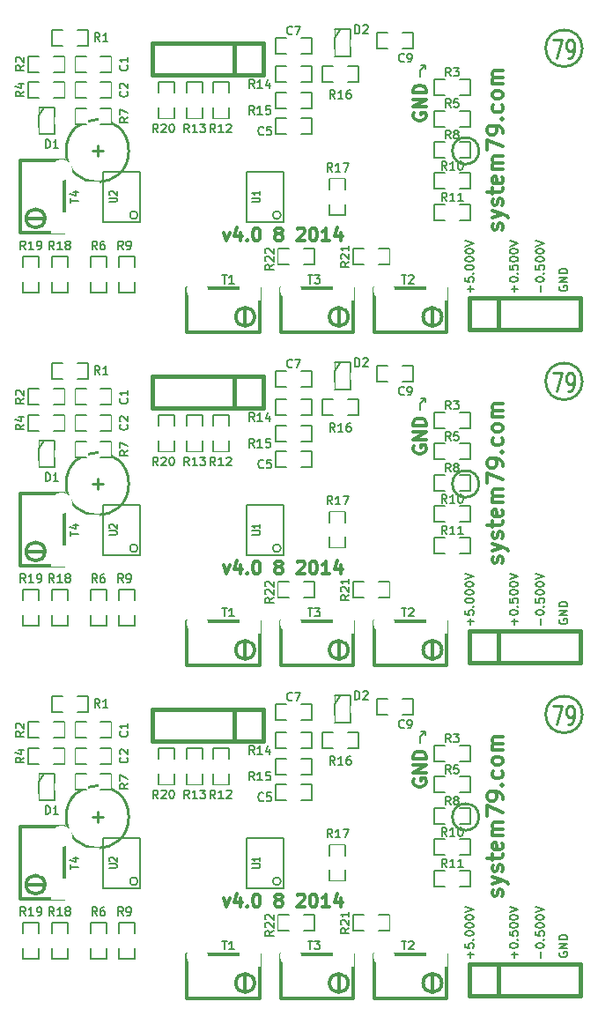
<source format=gto>
G04 (created by PCBNEW (2013-07-07 BZR 4022)-stable) date 2014-08-05 10:31:38 AM*
%MOIN*%
G04 Gerber Fmt 3.4, Leading zero omitted, Abs format*
%FSLAX34Y34*%
G01*
G70*
G90*
G04 APERTURE LIST*
%ADD10C,0.00590551*%
%ADD11C,0.00984252*%
%ADD12C,0.006*%
%ADD13C,0.00787402*%
%ADD14C,0.011811*%
%ADD15C,0.005*%
%ADD16C,0.015*%
%ADD17C,0.008*%
%ADD18C,0.00625*%
%ADD19C,0.0063*%
%ADD20O,1.0252X0.0212598*%
%ADD21C,0.0802748*%
%ADD22R,0.0409748X0.0291748*%
%ADD23R,0.0565748X0.0465748*%
%ADD24R,0.0465748X0.0565748*%
%ADD25R,0.0802748X0.0802748*%
%ADD26C,0.080315*%
%ADD27R,0.0527748X0.0133748*%
%ADD28C,0.0212598*%
G04 APERTURE END LIST*
G54D10*
G54D11*
X31896Y-34153D02*
G75*
G03X31896Y-34153I-695J0D01*
G74*
G01*
X30802Y-33841D02*
X31130Y-33841D01*
X30919Y-34530D01*
X31341Y-34530D02*
X31435Y-34530D01*
X31482Y-34498D01*
X31505Y-34465D01*
X31552Y-34366D01*
X31575Y-34235D01*
X31575Y-33973D01*
X31552Y-33907D01*
X31528Y-33874D01*
X31482Y-33841D01*
X31388Y-33841D01*
X31341Y-33874D01*
X31317Y-33907D01*
X31294Y-33973D01*
X31294Y-34137D01*
X31317Y-34202D01*
X31341Y-34235D01*
X31388Y-34268D01*
X31482Y-34268D01*
X31528Y-34235D01*
X31552Y-34202D01*
X31575Y-34137D01*
G54D12*
X31025Y-43157D02*
X31010Y-43187D01*
X31010Y-43233D01*
X31025Y-43279D01*
X31056Y-43309D01*
X31086Y-43324D01*
X31147Y-43340D01*
X31193Y-43340D01*
X31254Y-43324D01*
X31284Y-43309D01*
X31315Y-43279D01*
X31330Y-43233D01*
X31330Y-43202D01*
X31315Y-43157D01*
X31299Y-43141D01*
X31193Y-43141D01*
X31193Y-43202D01*
X31330Y-43004D02*
X31010Y-43004D01*
X31330Y-42821D01*
X31010Y-42821D01*
X31330Y-42669D02*
X31010Y-42669D01*
X31010Y-42593D01*
X31025Y-42547D01*
X31056Y-42517D01*
X31086Y-42501D01*
X31147Y-42486D01*
X31193Y-42486D01*
X31254Y-42501D01*
X31284Y-42517D01*
X31315Y-42547D01*
X31330Y-42593D01*
X31330Y-42669D01*
X30322Y-43366D02*
X30322Y-43122D01*
X30124Y-42908D02*
X30124Y-42878D01*
X30139Y-42847D01*
X30154Y-42832D01*
X30185Y-42817D01*
X30246Y-42802D01*
X30322Y-42802D01*
X30383Y-42817D01*
X30414Y-42832D01*
X30429Y-42847D01*
X30444Y-42878D01*
X30444Y-42908D01*
X30429Y-42939D01*
X30414Y-42954D01*
X30383Y-42969D01*
X30322Y-42985D01*
X30246Y-42985D01*
X30185Y-42969D01*
X30154Y-42954D01*
X30139Y-42939D01*
X30124Y-42908D01*
X30414Y-42665D02*
X30429Y-42649D01*
X30444Y-42665D01*
X30429Y-42680D01*
X30414Y-42665D01*
X30444Y-42665D01*
X30124Y-42360D02*
X30124Y-42512D01*
X30276Y-42527D01*
X30261Y-42512D01*
X30246Y-42482D01*
X30246Y-42406D01*
X30261Y-42375D01*
X30276Y-42360D01*
X30307Y-42345D01*
X30383Y-42345D01*
X30414Y-42360D01*
X30429Y-42375D01*
X30444Y-42406D01*
X30444Y-42482D01*
X30429Y-42512D01*
X30414Y-42527D01*
X30124Y-42146D02*
X30124Y-42116D01*
X30139Y-42086D01*
X30154Y-42070D01*
X30185Y-42055D01*
X30246Y-42040D01*
X30322Y-42040D01*
X30383Y-42055D01*
X30414Y-42070D01*
X30429Y-42086D01*
X30444Y-42116D01*
X30444Y-42146D01*
X30429Y-42177D01*
X30414Y-42192D01*
X30383Y-42207D01*
X30322Y-42223D01*
X30246Y-42223D01*
X30185Y-42207D01*
X30154Y-42192D01*
X30139Y-42177D01*
X30124Y-42146D01*
X30124Y-41842D02*
X30124Y-41811D01*
X30139Y-41781D01*
X30154Y-41766D01*
X30185Y-41750D01*
X30246Y-41735D01*
X30322Y-41735D01*
X30383Y-41750D01*
X30414Y-41766D01*
X30429Y-41781D01*
X30444Y-41811D01*
X30444Y-41842D01*
X30429Y-41872D01*
X30414Y-41887D01*
X30383Y-41903D01*
X30322Y-41918D01*
X30246Y-41918D01*
X30185Y-41903D01*
X30154Y-41887D01*
X30139Y-41872D01*
X30124Y-41842D01*
X30124Y-41644D02*
X30444Y-41537D01*
X30124Y-41430D01*
X29338Y-43366D02*
X29338Y-43122D01*
X29460Y-43244D02*
X29216Y-43244D01*
X29140Y-42908D02*
X29140Y-42878D01*
X29155Y-42847D01*
X29170Y-42832D01*
X29201Y-42817D01*
X29262Y-42802D01*
X29338Y-42802D01*
X29399Y-42817D01*
X29429Y-42832D01*
X29444Y-42847D01*
X29460Y-42878D01*
X29460Y-42908D01*
X29444Y-42939D01*
X29429Y-42954D01*
X29399Y-42969D01*
X29338Y-42985D01*
X29262Y-42985D01*
X29201Y-42969D01*
X29170Y-42954D01*
X29155Y-42939D01*
X29140Y-42908D01*
X29429Y-42665D02*
X29444Y-42649D01*
X29460Y-42665D01*
X29444Y-42680D01*
X29429Y-42665D01*
X29460Y-42665D01*
X29140Y-42360D02*
X29140Y-42512D01*
X29292Y-42527D01*
X29277Y-42512D01*
X29262Y-42482D01*
X29262Y-42406D01*
X29277Y-42375D01*
X29292Y-42360D01*
X29323Y-42345D01*
X29399Y-42345D01*
X29429Y-42360D01*
X29444Y-42375D01*
X29460Y-42406D01*
X29460Y-42482D01*
X29444Y-42512D01*
X29429Y-42527D01*
X29140Y-42146D02*
X29140Y-42116D01*
X29155Y-42086D01*
X29170Y-42070D01*
X29201Y-42055D01*
X29262Y-42040D01*
X29338Y-42040D01*
X29399Y-42055D01*
X29429Y-42070D01*
X29444Y-42086D01*
X29460Y-42116D01*
X29460Y-42146D01*
X29444Y-42177D01*
X29429Y-42192D01*
X29399Y-42207D01*
X29338Y-42223D01*
X29262Y-42223D01*
X29201Y-42207D01*
X29170Y-42192D01*
X29155Y-42177D01*
X29140Y-42146D01*
X29140Y-41842D02*
X29140Y-41811D01*
X29155Y-41781D01*
X29170Y-41766D01*
X29201Y-41750D01*
X29262Y-41735D01*
X29338Y-41735D01*
X29399Y-41750D01*
X29429Y-41766D01*
X29444Y-41781D01*
X29460Y-41811D01*
X29460Y-41842D01*
X29444Y-41872D01*
X29429Y-41887D01*
X29399Y-41903D01*
X29338Y-41918D01*
X29262Y-41918D01*
X29201Y-41903D01*
X29170Y-41887D01*
X29155Y-41872D01*
X29140Y-41842D01*
X29140Y-41644D02*
X29460Y-41537D01*
X29140Y-41430D01*
X27665Y-43366D02*
X27665Y-43122D01*
X27787Y-43244D02*
X27543Y-43244D01*
X27467Y-42817D02*
X27467Y-42969D01*
X27619Y-42985D01*
X27604Y-42969D01*
X27588Y-42939D01*
X27588Y-42863D01*
X27604Y-42832D01*
X27619Y-42817D01*
X27649Y-42802D01*
X27726Y-42802D01*
X27756Y-42817D01*
X27771Y-42832D01*
X27787Y-42863D01*
X27787Y-42939D01*
X27771Y-42969D01*
X27756Y-42985D01*
X27756Y-42665D02*
X27771Y-42649D01*
X27787Y-42665D01*
X27771Y-42680D01*
X27756Y-42665D01*
X27787Y-42665D01*
X27467Y-42451D02*
X27467Y-42421D01*
X27482Y-42390D01*
X27497Y-42375D01*
X27527Y-42360D01*
X27588Y-42345D01*
X27665Y-42345D01*
X27726Y-42360D01*
X27756Y-42375D01*
X27771Y-42390D01*
X27787Y-42421D01*
X27787Y-42451D01*
X27771Y-42482D01*
X27756Y-42497D01*
X27726Y-42512D01*
X27665Y-42527D01*
X27588Y-42527D01*
X27527Y-42512D01*
X27497Y-42497D01*
X27482Y-42482D01*
X27467Y-42451D01*
X27467Y-42146D02*
X27467Y-42116D01*
X27482Y-42086D01*
X27497Y-42070D01*
X27527Y-42055D01*
X27588Y-42040D01*
X27665Y-42040D01*
X27726Y-42055D01*
X27756Y-42070D01*
X27771Y-42086D01*
X27787Y-42116D01*
X27787Y-42146D01*
X27771Y-42177D01*
X27756Y-42192D01*
X27726Y-42207D01*
X27665Y-42223D01*
X27588Y-42223D01*
X27527Y-42207D01*
X27497Y-42192D01*
X27482Y-42177D01*
X27467Y-42146D01*
X27467Y-41842D02*
X27467Y-41811D01*
X27482Y-41781D01*
X27497Y-41766D01*
X27527Y-41750D01*
X27588Y-41735D01*
X27665Y-41735D01*
X27726Y-41750D01*
X27756Y-41766D01*
X27771Y-41781D01*
X27787Y-41811D01*
X27787Y-41842D01*
X27771Y-41872D01*
X27756Y-41887D01*
X27726Y-41903D01*
X27665Y-41918D01*
X27588Y-41918D01*
X27527Y-41903D01*
X27497Y-41887D01*
X27482Y-41872D01*
X27467Y-41842D01*
X27467Y-41644D02*
X27787Y-41537D01*
X27467Y-41430D01*
X12506Y-40007D02*
X12506Y-39824D01*
X12826Y-39916D02*
X12506Y-39916D01*
X12613Y-39580D02*
X12826Y-39580D01*
X12491Y-39657D02*
X12719Y-39733D01*
X12719Y-39535D01*
X21508Y-42722D02*
X21691Y-42722D01*
X21599Y-43042D02*
X21599Y-42722D01*
X21767Y-42722D02*
X21965Y-42722D01*
X21858Y-42844D01*
X21904Y-42844D01*
X21934Y-42860D01*
X21950Y-42875D01*
X21965Y-42905D01*
X21965Y-42981D01*
X21950Y-43012D01*
X21934Y-43027D01*
X21904Y-43042D01*
X21812Y-43042D01*
X21782Y-43027D01*
X21767Y-43012D01*
X25051Y-42722D02*
X25234Y-42722D01*
X25142Y-43042D02*
X25142Y-42722D01*
X25325Y-42753D02*
X25340Y-42738D01*
X25371Y-42722D01*
X25447Y-42722D01*
X25478Y-42738D01*
X25493Y-42753D01*
X25508Y-42783D01*
X25508Y-42814D01*
X25493Y-42860D01*
X25310Y-43042D01*
X25508Y-43042D01*
X18260Y-42722D02*
X18442Y-42722D01*
X18351Y-43042D02*
X18351Y-42722D01*
X18717Y-43042D02*
X18534Y-43042D01*
X18625Y-43042D02*
X18625Y-42722D01*
X18595Y-42768D01*
X18564Y-42799D01*
X18534Y-42814D01*
G54D11*
X27984Y-38031D02*
G75*
G03X27984Y-38031I-504J0D01*
G74*
G01*
X13543Y-37834D02*
X13543Y-38228D01*
X13740Y-38031D02*
X13346Y-38031D01*
X14727Y-38031D02*
G75*
G03X14727Y-38031I-1184J0D01*
G74*
G01*
G54D13*
X25944Y-34783D02*
X25944Y-34940D01*
X25944Y-34783D02*
X25787Y-34783D01*
X25748Y-34980D02*
X25748Y-35216D01*
X25944Y-34783D02*
X25748Y-34980D01*
G54D14*
X25513Y-36601D02*
X25489Y-36649D01*
X25489Y-36720D01*
X25513Y-36791D01*
X25561Y-36839D01*
X25608Y-36863D01*
X25704Y-36887D01*
X25775Y-36887D01*
X25870Y-36863D01*
X25918Y-36839D01*
X25965Y-36791D01*
X25989Y-36720D01*
X25989Y-36672D01*
X25965Y-36601D01*
X25942Y-36577D01*
X25775Y-36577D01*
X25775Y-36672D01*
X25989Y-36363D02*
X25489Y-36363D01*
X25989Y-36077D01*
X25489Y-36077D01*
X25989Y-35839D02*
X25489Y-35839D01*
X25489Y-35720D01*
X25513Y-35649D01*
X25561Y-35601D01*
X25608Y-35577D01*
X25704Y-35553D01*
X25775Y-35553D01*
X25870Y-35577D01*
X25918Y-35601D01*
X25965Y-35649D01*
X25989Y-35720D01*
X25989Y-35839D01*
X18321Y-41111D02*
X18438Y-41439D01*
X18555Y-41111D01*
X18953Y-41111D02*
X18953Y-41439D01*
X18836Y-40923D02*
X18719Y-41275D01*
X19024Y-41275D01*
X19211Y-41392D02*
X19235Y-41415D01*
X19211Y-41439D01*
X19188Y-41415D01*
X19211Y-41392D01*
X19211Y-41439D01*
X19539Y-40947D02*
X19586Y-40947D01*
X19633Y-40970D01*
X19656Y-40994D01*
X19680Y-41040D01*
X19703Y-41134D01*
X19703Y-41251D01*
X19680Y-41345D01*
X19656Y-41392D01*
X19633Y-41415D01*
X19586Y-41439D01*
X19539Y-41439D01*
X19492Y-41415D01*
X19469Y-41392D01*
X19446Y-41345D01*
X19422Y-41251D01*
X19422Y-41134D01*
X19446Y-41040D01*
X19469Y-40994D01*
X19492Y-40970D01*
X19539Y-40947D01*
X20359Y-41158D02*
X20313Y-41134D01*
X20289Y-41111D01*
X20266Y-41064D01*
X20266Y-41040D01*
X20289Y-40994D01*
X20313Y-40970D01*
X20359Y-40947D01*
X20453Y-40947D01*
X20500Y-40970D01*
X20523Y-40994D01*
X20547Y-41040D01*
X20547Y-41064D01*
X20523Y-41111D01*
X20500Y-41134D01*
X20453Y-41158D01*
X20359Y-41158D01*
X20313Y-41181D01*
X20289Y-41205D01*
X20266Y-41251D01*
X20266Y-41345D01*
X20289Y-41392D01*
X20313Y-41415D01*
X20359Y-41439D01*
X20453Y-41439D01*
X20500Y-41415D01*
X20523Y-41392D01*
X20547Y-41345D01*
X20547Y-41251D01*
X20523Y-41205D01*
X20500Y-41181D01*
X20453Y-41158D01*
X21109Y-40994D02*
X21133Y-40970D01*
X21180Y-40947D01*
X21297Y-40947D01*
X21344Y-40970D01*
X21367Y-40994D01*
X21391Y-41040D01*
X21391Y-41087D01*
X21367Y-41158D01*
X21086Y-41439D01*
X21391Y-41439D01*
X21695Y-40947D02*
X21742Y-40947D01*
X21789Y-40970D01*
X21812Y-40994D01*
X21836Y-41040D01*
X21859Y-41134D01*
X21859Y-41251D01*
X21836Y-41345D01*
X21812Y-41392D01*
X21789Y-41415D01*
X21742Y-41439D01*
X21695Y-41439D01*
X21648Y-41415D01*
X21625Y-41392D01*
X21601Y-41345D01*
X21578Y-41251D01*
X21578Y-41134D01*
X21601Y-41040D01*
X21625Y-40994D01*
X21648Y-40970D01*
X21695Y-40947D01*
X22328Y-41439D02*
X22047Y-41439D01*
X22187Y-41439D02*
X22187Y-40947D01*
X22140Y-41017D01*
X22094Y-41064D01*
X22047Y-41087D01*
X22750Y-41111D02*
X22750Y-41439D01*
X22633Y-40923D02*
X22515Y-41275D01*
X22820Y-41275D01*
X28852Y-41015D02*
X28880Y-40958D01*
X28880Y-40846D01*
X28852Y-40790D01*
X28796Y-40762D01*
X28768Y-40762D01*
X28712Y-40790D01*
X28683Y-40846D01*
X28683Y-40930D01*
X28655Y-40987D01*
X28599Y-41015D01*
X28571Y-41015D01*
X28515Y-40987D01*
X28487Y-40930D01*
X28487Y-40846D01*
X28515Y-40790D01*
X28487Y-40565D02*
X28880Y-40424D01*
X28487Y-40284D02*
X28880Y-40424D01*
X29021Y-40480D01*
X29049Y-40508D01*
X29077Y-40565D01*
X28852Y-40087D02*
X28880Y-40030D01*
X28880Y-39918D01*
X28852Y-39862D01*
X28796Y-39834D01*
X28768Y-39834D01*
X28712Y-39862D01*
X28683Y-39918D01*
X28683Y-40002D01*
X28655Y-40059D01*
X28599Y-40087D01*
X28571Y-40087D01*
X28515Y-40059D01*
X28487Y-40002D01*
X28487Y-39918D01*
X28515Y-39862D01*
X28487Y-39665D02*
X28487Y-39440D01*
X28290Y-39580D02*
X28796Y-39580D01*
X28852Y-39552D01*
X28880Y-39496D01*
X28880Y-39440D01*
X28852Y-39018D02*
X28880Y-39074D01*
X28880Y-39187D01*
X28852Y-39243D01*
X28796Y-39271D01*
X28571Y-39271D01*
X28515Y-39243D01*
X28487Y-39187D01*
X28487Y-39074D01*
X28515Y-39018D01*
X28571Y-38990D01*
X28627Y-38990D01*
X28683Y-39271D01*
X28880Y-38737D02*
X28487Y-38737D01*
X28543Y-38737D02*
X28515Y-38709D01*
X28487Y-38652D01*
X28487Y-38568D01*
X28515Y-38512D01*
X28571Y-38484D01*
X28880Y-38484D01*
X28571Y-38484D02*
X28515Y-38456D01*
X28487Y-38399D01*
X28487Y-38315D01*
X28515Y-38259D01*
X28571Y-38231D01*
X28880Y-38231D01*
X28290Y-38006D02*
X28290Y-37612D01*
X28880Y-37865D01*
X28880Y-37359D02*
X28880Y-37246D01*
X28852Y-37190D01*
X28824Y-37162D01*
X28740Y-37106D01*
X28627Y-37078D01*
X28402Y-37078D01*
X28346Y-37106D01*
X28318Y-37134D01*
X28290Y-37190D01*
X28290Y-37303D01*
X28318Y-37359D01*
X28346Y-37387D01*
X28402Y-37415D01*
X28543Y-37415D01*
X28599Y-37387D01*
X28627Y-37359D01*
X28655Y-37303D01*
X28655Y-37190D01*
X28627Y-37134D01*
X28599Y-37106D01*
X28543Y-37078D01*
X28824Y-36825D02*
X28852Y-36796D01*
X28880Y-36825D01*
X28852Y-36853D01*
X28824Y-36825D01*
X28880Y-36825D01*
X28852Y-36290D02*
X28880Y-36347D01*
X28880Y-36459D01*
X28852Y-36515D01*
X28824Y-36543D01*
X28768Y-36571D01*
X28599Y-36571D01*
X28543Y-36543D01*
X28515Y-36515D01*
X28487Y-36459D01*
X28487Y-36347D01*
X28515Y-36290D01*
X28880Y-35953D02*
X28852Y-36009D01*
X28824Y-36037D01*
X28768Y-36065D01*
X28599Y-36065D01*
X28543Y-36037D01*
X28515Y-36009D01*
X28487Y-35953D01*
X28487Y-35868D01*
X28515Y-35812D01*
X28543Y-35784D01*
X28599Y-35756D01*
X28768Y-35756D01*
X28824Y-35784D01*
X28852Y-35812D01*
X28880Y-35868D01*
X28880Y-35953D01*
X28880Y-35503D02*
X28487Y-35503D01*
X28543Y-35503D02*
X28515Y-35475D01*
X28487Y-35419D01*
X28487Y-35334D01*
X28515Y-35278D01*
X28571Y-35250D01*
X28880Y-35250D01*
X28571Y-35250D02*
X28515Y-35222D01*
X28487Y-35165D01*
X28487Y-35081D01*
X28515Y-35025D01*
X28571Y-34997D01*
X28880Y-34997D01*
X28852Y-28416D02*
X28880Y-28360D01*
X28880Y-28248D01*
X28852Y-28191D01*
X28796Y-28163D01*
X28768Y-28163D01*
X28712Y-28191D01*
X28683Y-28248D01*
X28683Y-28332D01*
X28655Y-28388D01*
X28599Y-28416D01*
X28571Y-28416D01*
X28515Y-28388D01*
X28487Y-28332D01*
X28487Y-28248D01*
X28515Y-28191D01*
X28487Y-27966D02*
X28880Y-27826D01*
X28487Y-27685D02*
X28880Y-27826D01*
X29021Y-27882D01*
X29049Y-27910D01*
X29077Y-27966D01*
X28852Y-27488D02*
X28880Y-27432D01*
X28880Y-27320D01*
X28852Y-27263D01*
X28796Y-27235D01*
X28768Y-27235D01*
X28712Y-27263D01*
X28683Y-27320D01*
X28683Y-27404D01*
X28655Y-27460D01*
X28599Y-27488D01*
X28571Y-27488D01*
X28515Y-27460D01*
X28487Y-27404D01*
X28487Y-27320D01*
X28515Y-27263D01*
X28487Y-27066D02*
X28487Y-26841D01*
X28290Y-26982D02*
X28796Y-26982D01*
X28852Y-26954D01*
X28880Y-26898D01*
X28880Y-26841D01*
X28852Y-26420D02*
X28880Y-26476D01*
X28880Y-26588D01*
X28852Y-26645D01*
X28796Y-26673D01*
X28571Y-26673D01*
X28515Y-26645D01*
X28487Y-26588D01*
X28487Y-26476D01*
X28515Y-26420D01*
X28571Y-26392D01*
X28627Y-26392D01*
X28683Y-26673D01*
X28880Y-26138D02*
X28487Y-26138D01*
X28543Y-26138D02*
X28515Y-26110D01*
X28487Y-26054D01*
X28487Y-25970D01*
X28515Y-25913D01*
X28571Y-25885D01*
X28880Y-25885D01*
X28571Y-25885D02*
X28515Y-25857D01*
X28487Y-25801D01*
X28487Y-25717D01*
X28515Y-25660D01*
X28571Y-25632D01*
X28880Y-25632D01*
X28290Y-25407D02*
X28290Y-25014D01*
X28880Y-25267D01*
X28880Y-24760D02*
X28880Y-24648D01*
X28852Y-24592D01*
X28824Y-24564D01*
X28740Y-24507D01*
X28627Y-24479D01*
X28402Y-24479D01*
X28346Y-24507D01*
X28318Y-24535D01*
X28290Y-24592D01*
X28290Y-24704D01*
X28318Y-24760D01*
X28346Y-24789D01*
X28402Y-24817D01*
X28543Y-24817D01*
X28599Y-24789D01*
X28627Y-24760D01*
X28655Y-24704D01*
X28655Y-24592D01*
X28627Y-24535D01*
X28599Y-24507D01*
X28543Y-24479D01*
X28824Y-24226D02*
X28852Y-24198D01*
X28880Y-24226D01*
X28852Y-24254D01*
X28824Y-24226D01*
X28880Y-24226D01*
X28852Y-23692D02*
X28880Y-23748D01*
X28880Y-23861D01*
X28852Y-23917D01*
X28824Y-23945D01*
X28768Y-23973D01*
X28599Y-23973D01*
X28543Y-23945D01*
X28515Y-23917D01*
X28487Y-23861D01*
X28487Y-23748D01*
X28515Y-23692D01*
X28880Y-23354D02*
X28852Y-23411D01*
X28824Y-23439D01*
X28768Y-23467D01*
X28599Y-23467D01*
X28543Y-23439D01*
X28515Y-23411D01*
X28487Y-23354D01*
X28487Y-23270D01*
X28515Y-23214D01*
X28543Y-23186D01*
X28599Y-23158D01*
X28768Y-23158D01*
X28824Y-23186D01*
X28852Y-23214D01*
X28880Y-23270D01*
X28880Y-23354D01*
X28880Y-22904D02*
X28487Y-22904D01*
X28543Y-22904D02*
X28515Y-22876D01*
X28487Y-22820D01*
X28487Y-22736D01*
X28515Y-22679D01*
X28571Y-22651D01*
X28880Y-22651D01*
X28571Y-22651D02*
X28515Y-22623D01*
X28487Y-22567D01*
X28487Y-22483D01*
X28515Y-22426D01*
X28571Y-22398D01*
X28880Y-22398D01*
X18321Y-28512D02*
X18438Y-28840D01*
X18555Y-28512D01*
X18953Y-28512D02*
X18953Y-28840D01*
X18836Y-28325D02*
X18719Y-28676D01*
X19024Y-28676D01*
X19211Y-28794D02*
X19235Y-28817D01*
X19211Y-28840D01*
X19188Y-28817D01*
X19211Y-28794D01*
X19211Y-28840D01*
X19539Y-28348D02*
X19586Y-28348D01*
X19633Y-28372D01*
X19656Y-28395D01*
X19680Y-28442D01*
X19703Y-28536D01*
X19703Y-28653D01*
X19680Y-28747D01*
X19656Y-28794D01*
X19633Y-28817D01*
X19586Y-28840D01*
X19539Y-28840D01*
X19492Y-28817D01*
X19469Y-28794D01*
X19446Y-28747D01*
X19422Y-28653D01*
X19422Y-28536D01*
X19446Y-28442D01*
X19469Y-28395D01*
X19492Y-28372D01*
X19539Y-28348D01*
X20359Y-28559D02*
X20313Y-28536D01*
X20289Y-28512D01*
X20266Y-28465D01*
X20266Y-28442D01*
X20289Y-28395D01*
X20313Y-28372D01*
X20359Y-28348D01*
X20453Y-28348D01*
X20500Y-28372D01*
X20523Y-28395D01*
X20547Y-28442D01*
X20547Y-28465D01*
X20523Y-28512D01*
X20500Y-28536D01*
X20453Y-28559D01*
X20359Y-28559D01*
X20313Y-28583D01*
X20289Y-28606D01*
X20266Y-28653D01*
X20266Y-28747D01*
X20289Y-28794D01*
X20313Y-28817D01*
X20359Y-28840D01*
X20453Y-28840D01*
X20500Y-28817D01*
X20523Y-28794D01*
X20547Y-28747D01*
X20547Y-28653D01*
X20523Y-28606D01*
X20500Y-28583D01*
X20453Y-28559D01*
X21109Y-28395D02*
X21133Y-28372D01*
X21180Y-28348D01*
X21297Y-28348D01*
X21344Y-28372D01*
X21367Y-28395D01*
X21391Y-28442D01*
X21391Y-28489D01*
X21367Y-28559D01*
X21086Y-28840D01*
X21391Y-28840D01*
X21695Y-28348D02*
X21742Y-28348D01*
X21789Y-28372D01*
X21812Y-28395D01*
X21836Y-28442D01*
X21859Y-28536D01*
X21859Y-28653D01*
X21836Y-28747D01*
X21812Y-28794D01*
X21789Y-28817D01*
X21742Y-28840D01*
X21695Y-28840D01*
X21648Y-28817D01*
X21625Y-28794D01*
X21601Y-28747D01*
X21578Y-28653D01*
X21578Y-28536D01*
X21601Y-28442D01*
X21625Y-28395D01*
X21648Y-28372D01*
X21695Y-28348D01*
X22328Y-28840D02*
X22047Y-28840D01*
X22187Y-28840D02*
X22187Y-28348D01*
X22140Y-28419D01*
X22094Y-28465D01*
X22047Y-28489D01*
X22750Y-28512D02*
X22750Y-28840D01*
X22633Y-28325D02*
X22515Y-28676D01*
X22820Y-28676D01*
X25513Y-24002D02*
X25489Y-24050D01*
X25489Y-24122D01*
X25513Y-24193D01*
X25561Y-24241D01*
X25608Y-24264D01*
X25704Y-24288D01*
X25775Y-24288D01*
X25870Y-24264D01*
X25918Y-24241D01*
X25965Y-24193D01*
X25989Y-24122D01*
X25989Y-24074D01*
X25965Y-24002D01*
X25942Y-23979D01*
X25775Y-23979D01*
X25775Y-24074D01*
X25989Y-23764D02*
X25489Y-23764D01*
X25989Y-23479D01*
X25489Y-23479D01*
X25989Y-23241D02*
X25489Y-23241D01*
X25489Y-23122D01*
X25513Y-23050D01*
X25561Y-23002D01*
X25608Y-22979D01*
X25704Y-22955D01*
X25775Y-22955D01*
X25870Y-22979D01*
X25918Y-23002D01*
X25965Y-23050D01*
X25989Y-23122D01*
X25989Y-23241D01*
G54D13*
X25944Y-22185D02*
X25748Y-22381D01*
X25748Y-22381D02*
X25748Y-22618D01*
X25944Y-22185D02*
X25787Y-22185D01*
X25944Y-22185D02*
X25944Y-22342D01*
G54D11*
X14727Y-25433D02*
G75*
G03X14727Y-25433I-1184J0D01*
G74*
G01*
X13740Y-25433D02*
X13346Y-25433D01*
X13543Y-25236D02*
X13543Y-25629D01*
X27984Y-25433D02*
G75*
G03X27984Y-25433I-504J0D01*
G74*
G01*
G54D12*
X18260Y-30124D02*
X18442Y-30124D01*
X18351Y-30444D02*
X18351Y-30124D01*
X18717Y-30444D02*
X18534Y-30444D01*
X18625Y-30444D02*
X18625Y-30124D01*
X18595Y-30170D01*
X18564Y-30200D01*
X18534Y-30215D01*
X25051Y-30124D02*
X25234Y-30124D01*
X25142Y-30444D02*
X25142Y-30124D01*
X25325Y-30154D02*
X25340Y-30139D01*
X25371Y-30124D01*
X25447Y-30124D01*
X25478Y-30139D01*
X25493Y-30154D01*
X25508Y-30185D01*
X25508Y-30215D01*
X25493Y-30261D01*
X25310Y-30444D01*
X25508Y-30444D01*
X21508Y-30124D02*
X21691Y-30124D01*
X21599Y-30444D02*
X21599Y-30124D01*
X21767Y-30124D02*
X21965Y-30124D01*
X21858Y-30246D01*
X21904Y-30246D01*
X21934Y-30261D01*
X21950Y-30276D01*
X21965Y-30307D01*
X21965Y-30383D01*
X21950Y-30414D01*
X21934Y-30429D01*
X21904Y-30444D01*
X21812Y-30444D01*
X21782Y-30429D01*
X21767Y-30414D01*
X12506Y-27409D02*
X12506Y-27226D01*
X12826Y-27317D02*
X12506Y-27317D01*
X12613Y-26982D02*
X12826Y-26982D01*
X12491Y-27058D02*
X12719Y-27134D01*
X12719Y-26936D01*
X27665Y-30767D02*
X27665Y-30523D01*
X27787Y-30645D02*
X27543Y-30645D01*
X27467Y-30219D02*
X27467Y-30371D01*
X27619Y-30386D01*
X27604Y-30371D01*
X27588Y-30340D01*
X27588Y-30264D01*
X27604Y-30234D01*
X27619Y-30219D01*
X27649Y-30203D01*
X27726Y-30203D01*
X27756Y-30219D01*
X27771Y-30234D01*
X27787Y-30264D01*
X27787Y-30340D01*
X27771Y-30371D01*
X27756Y-30386D01*
X27756Y-30066D02*
X27771Y-30051D01*
X27787Y-30066D01*
X27771Y-30081D01*
X27756Y-30066D01*
X27787Y-30066D01*
X27467Y-29853D02*
X27467Y-29822D01*
X27482Y-29792D01*
X27497Y-29777D01*
X27527Y-29761D01*
X27588Y-29746D01*
X27665Y-29746D01*
X27726Y-29761D01*
X27756Y-29777D01*
X27771Y-29792D01*
X27787Y-29822D01*
X27787Y-29853D01*
X27771Y-29883D01*
X27756Y-29899D01*
X27726Y-29914D01*
X27665Y-29929D01*
X27588Y-29929D01*
X27527Y-29914D01*
X27497Y-29899D01*
X27482Y-29883D01*
X27467Y-29853D01*
X27467Y-29548D02*
X27467Y-29518D01*
X27482Y-29487D01*
X27497Y-29472D01*
X27527Y-29457D01*
X27588Y-29441D01*
X27665Y-29441D01*
X27726Y-29457D01*
X27756Y-29472D01*
X27771Y-29487D01*
X27787Y-29518D01*
X27787Y-29548D01*
X27771Y-29579D01*
X27756Y-29594D01*
X27726Y-29609D01*
X27665Y-29624D01*
X27588Y-29624D01*
X27527Y-29609D01*
X27497Y-29594D01*
X27482Y-29579D01*
X27467Y-29548D01*
X27467Y-29243D02*
X27467Y-29213D01*
X27482Y-29182D01*
X27497Y-29167D01*
X27527Y-29152D01*
X27588Y-29137D01*
X27665Y-29137D01*
X27726Y-29152D01*
X27756Y-29167D01*
X27771Y-29182D01*
X27787Y-29213D01*
X27787Y-29243D01*
X27771Y-29274D01*
X27756Y-29289D01*
X27726Y-29304D01*
X27665Y-29319D01*
X27588Y-29319D01*
X27527Y-29304D01*
X27497Y-29289D01*
X27482Y-29274D01*
X27467Y-29243D01*
X27467Y-29045D02*
X27787Y-28939D01*
X27467Y-28832D01*
X29338Y-30767D02*
X29338Y-30523D01*
X29460Y-30645D02*
X29216Y-30645D01*
X29140Y-30310D02*
X29140Y-30279D01*
X29155Y-30249D01*
X29170Y-30234D01*
X29201Y-30219D01*
X29262Y-30203D01*
X29338Y-30203D01*
X29399Y-30219D01*
X29429Y-30234D01*
X29444Y-30249D01*
X29460Y-30279D01*
X29460Y-30310D01*
X29444Y-30340D01*
X29429Y-30356D01*
X29399Y-30371D01*
X29338Y-30386D01*
X29262Y-30386D01*
X29201Y-30371D01*
X29170Y-30356D01*
X29155Y-30340D01*
X29140Y-30310D01*
X29429Y-30066D02*
X29444Y-30051D01*
X29460Y-30066D01*
X29444Y-30081D01*
X29429Y-30066D01*
X29460Y-30066D01*
X29140Y-29761D02*
X29140Y-29914D01*
X29292Y-29929D01*
X29277Y-29914D01*
X29262Y-29883D01*
X29262Y-29807D01*
X29277Y-29777D01*
X29292Y-29761D01*
X29323Y-29746D01*
X29399Y-29746D01*
X29429Y-29761D01*
X29444Y-29777D01*
X29460Y-29807D01*
X29460Y-29883D01*
X29444Y-29914D01*
X29429Y-29929D01*
X29140Y-29548D02*
X29140Y-29518D01*
X29155Y-29487D01*
X29170Y-29472D01*
X29201Y-29457D01*
X29262Y-29441D01*
X29338Y-29441D01*
X29399Y-29457D01*
X29429Y-29472D01*
X29444Y-29487D01*
X29460Y-29518D01*
X29460Y-29548D01*
X29444Y-29579D01*
X29429Y-29594D01*
X29399Y-29609D01*
X29338Y-29624D01*
X29262Y-29624D01*
X29201Y-29609D01*
X29170Y-29594D01*
X29155Y-29579D01*
X29140Y-29548D01*
X29140Y-29243D02*
X29140Y-29213D01*
X29155Y-29182D01*
X29170Y-29167D01*
X29201Y-29152D01*
X29262Y-29137D01*
X29338Y-29137D01*
X29399Y-29152D01*
X29429Y-29167D01*
X29444Y-29182D01*
X29460Y-29213D01*
X29460Y-29243D01*
X29444Y-29274D01*
X29429Y-29289D01*
X29399Y-29304D01*
X29338Y-29319D01*
X29262Y-29319D01*
X29201Y-29304D01*
X29170Y-29289D01*
X29155Y-29274D01*
X29140Y-29243D01*
X29140Y-29045D02*
X29460Y-28939D01*
X29140Y-28832D01*
X30322Y-30767D02*
X30322Y-30523D01*
X30124Y-30310D02*
X30124Y-30279D01*
X30139Y-30249D01*
X30154Y-30234D01*
X30185Y-30219D01*
X30246Y-30203D01*
X30322Y-30203D01*
X30383Y-30219D01*
X30414Y-30234D01*
X30429Y-30249D01*
X30444Y-30279D01*
X30444Y-30310D01*
X30429Y-30340D01*
X30414Y-30356D01*
X30383Y-30371D01*
X30322Y-30386D01*
X30246Y-30386D01*
X30185Y-30371D01*
X30154Y-30356D01*
X30139Y-30340D01*
X30124Y-30310D01*
X30414Y-30066D02*
X30429Y-30051D01*
X30444Y-30066D01*
X30429Y-30081D01*
X30414Y-30066D01*
X30444Y-30066D01*
X30124Y-29761D02*
X30124Y-29914D01*
X30276Y-29929D01*
X30261Y-29914D01*
X30246Y-29883D01*
X30246Y-29807D01*
X30261Y-29777D01*
X30276Y-29761D01*
X30307Y-29746D01*
X30383Y-29746D01*
X30414Y-29761D01*
X30429Y-29777D01*
X30444Y-29807D01*
X30444Y-29883D01*
X30429Y-29914D01*
X30414Y-29929D01*
X30124Y-29548D02*
X30124Y-29518D01*
X30139Y-29487D01*
X30154Y-29472D01*
X30185Y-29457D01*
X30246Y-29441D01*
X30322Y-29441D01*
X30383Y-29457D01*
X30414Y-29472D01*
X30429Y-29487D01*
X30444Y-29518D01*
X30444Y-29548D01*
X30429Y-29579D01*
X30414Y-29594D01*
X30383Y-29609D01*
X30322Y-29624D01*
X30246Y-29624D01*
X30185Y-29609D01*
X30154Y-29594D01*
X30139Y-29579D01*
X30124Y-29548D01*
X30124Y-29243D02*
X30124Y-29213D01*
X30139Y-29182D01*
X30154Y-29167D01*
X30185Y-29152D01*
X30246Y-29137D01*
X30322Y-29137D01*
X30383Y-29152D01*
X30414Y-29167D01*
X30429Y-29182D01*
X30444Y-29213D01*
X30444Y-29243D01*
X30429Y-29274D01*
X30414Y-29289D01*
X30383Y-29304D01*
X30322Y-29319D01*
X30246Y-29319D01*
X30185Y-29304D01*
X30154Y-29289D01*
X30139Y-29274D01*
X30124Y-29243D01*
X30124Y-29045D02*
X30444Y-28939D01*
X30124Y-28832D01*
X31025Y-30558D02*
X31010Y-30589D01*
X31010Y-30634D01*
X31025Y-30680D01*
X31056Y-30711D01*
X31086Y-30726D01*
X31147Y-30741D01*
X31193Y-30741D01*
X31254Y-30726D01*
X31284Y-30711D01*
X31315Y-30680D01*
X31330Y-30634D01*
X31330Y-30604D01*
X31315Y-30558D01*
X31299Y-30543D01*
X31193Y-30543D01*
X31193Y-30604D01*
X31330Y-30406D02*
X31010Y-30406D01*
X31330Y-30223D01*
X31010Y-30223D01*
X31330Y-30071D02*
X31010Y-30071D01*
X31010Y-29994D01*
X31025Y-29949D01*
X31056Y-29918D01*
X31086Y-29903D01*
X31147Y-29888D01*
X31193Y-29888D01*
X31254Y-29903D01*
X31284Y-29918D01*
X31315Y-29949D01*
X31330Y-29994D01*
X31330Y-30071D01*
G54D11*
X30802Y-21243D02*
X31130Y-21243D01*
X30919Y-21932D01*
X31341Y-21932D02*
X31435Y-21932D01*
X31482Y-21899D01*
X31505Y-21866D01*
X31552Y-21768D01*
X31575Y-21637D01*
X31575Y-21374D01*
X31552Y-21309D01*
X31528Y-21276D01*
X31482Y-21243D01*
X31388Y-21243D01*
X31341Y-21276D01*
X31317Y-21309D01*
X31294Y-21374D01*
X31294Y-21538D01*
X31317Y-21604D01*
X31341Y-21637D01*
X31388Y-21669D01*
X31482Y-21669D01*
X31528Y-21637D01*
X31552Y-21604D01*
X31575Y-21538D01*
X31896Y-21555D02*
G75*
G03X31896Y-21555I-695J0D01*
G74*
G01*
X31896Y-8956D02*
G75*
G03X31896Y-8956I-695J0D01*
G74*
G01*
X30802Y-8645D02*
X31130Y-8645D01*
X30919Y-9333D01*
X31341Y-9333D02*
X31435Y-9333D01*
X31482Y-9301D01*
X31505Y-9268D01*
X31552Y-9169D01*
X31575Y-9038D01*
X31575Y-8776D01*
X31552Y-8710D01*
X31528Y-8677D01*
X31482Y-8645D01*
X31388Y-8645D01*
X31341Y-8677D01*
X31317Y-8710D01*
X31294Y-8776D01*
X31294Y-8940D01*
X31317Y-9005D01*
X31341Y-9038D01*
X31388Y-9071D01*
X31482Y-9071D01*
X31528Y-9038D01*
X31552Y-9005D01*
X31575Y-8940D01*
G54D12*
X31025Y-17960D02*
X31010Y-17990D01*
X31010Y-18036D01*
X31025Y-18082D01*
X31056Y-18112D01*
X31086Y-18127D01*
X31147Y-18143D01*
X31193Y-18143D01*
X31254Y-18127D01*
X31284Y-18112D01*
X31315Y-18082D01*
X31330Y-18036D01*
X31330Y-18006D01*
X31315Y-17960D01*
X31299Y-17945D01*
X31193Y-17945D01*
X31193Y-18006D01*
X31330Y-17807D02*
X31010Y-17807D01*
X31330Y-17625D01*
X31010Y-17625D01*
X31330Y-17472D02*
X31010Y-17472D01*
X31010Y-17396D01*
X31025Y-17350D01*
X31056Y-17320D01*
X31086Y-17305D01*
X31147Y-17289D01*
X31193Y-17289D01*
X31254Y-17305D01*
X31284Y-17320D01*
X31315Y-17350D01*
X31330Y-17396D01*
X31330Y-17472D01*
X30322Y-18169D02*
X30322Y-17925D01*
X30124Y-17712D02*
X30124Y-17681D01*
X30139Y-17651D01*
X30154Y-17635D01*
X30185Y-17620D01*
X30246Y-17605D01*
X30322Y-17605D01*
X30383Y-17620D01*
X30414Y-17635D01*
X30429Y-17651D01*
X30444Y-17681D01*
X30444Y-17712D01*
X30429Y-17742D01*
X30414Y-17757D01*
X30383Y-17772D01*
X30322Y-17788D01*
X30246Y-17788D01*
X30185Y-17772D01*
X30154Y-17757D01*
X30139Y-17742D01*
X30124Y-17712D01*
X30414Y-17468D02*
X30429Y-17452D01*
X30444Y-17468D01*
X30429Y-17483D01*
X30414Y-17468D01*
X30444Y-17468D01*
X30124Y-17163D02*
X30124Y-17315D01*
X30276Y-17331D01*
X30261Y-17315D01*
X30246Y-17285D01*
X30246Y-17209D01*
X30261Y-17178D01*
X30276Y-17163D01*
X30307Y-17148D01*
X30383Y-17148D01*
X30414Y-17163D01*
X30429Y-17178D01*
X30444Y-17209D01*
X30444Y-17285D01*
X30429Y-17315D01*
X30414Y-17331D01*
X30124Y-16950D02*
X30124Y-16919D01*
X30139Y-16889D01*
X30154Y-16873D01*
X30185Y-16858D01*
X30246Y-16843D01*
X30322Y-16843D01*
X30383Y-16858D01*
X30414Y-16873D01*
X30429Y-16889D01*
X30444Y-16919D01*
X30444Y-16950D01*
X30429Y-16980D01*
X30414Y-16995D01*
X30383Y-17011D01*
X30322Y-17026D01*
X30246Y-17026D01*
X30185Y-17011D01*
X30154Y-16995D01*
X30139Y-16980D01*
X30124Y-16950D01*
X30124Y-16645D02*
X30124Y-16614D01*
X30139Y-16584D01*
X30154Y-16569D01*
X30185Y-16553D01*
X30246Y-16538D01*
X30322Y-16538D01*
X30383Y-16553D01*
X30414Y-16569D01*
X30429Y-16584D01*
X30444Y-16614D01*
X30444Y-16645D01*
X30429Y-16675D01*
X30414Y-16691D01*
X30383Y-16706D01*
X30322Y-16721D01*
X30246Y-16721D01*
X30185Y-16706D01*
X30154Y-16691D01*
X30139Y-16675D01*
X30124Y-16645D01*
X30124Y-16447D02*
X30444Y-16340D01*
X30124Y-16233D01*
X29338Y-18169D02*
X29338Y-17925D01*
X29460Y-18047D02*
X29216Y-18047D01*
X29140Y-17712D02*
X29140Y-17681D01*
X29155Y-17651D01*
X29170Y-17635D01*
X29201Y-17620D01*
X29262Y-17605D01*
X29338Y-17605D01*
X29399Y-17620D01*
X29429Y-17635D01*
X29444Y-17651D01*
X29460Y-17681D01*
X29460Y-17712D01*
X29444Y-17742D01*
X29429Y-17757D01*
X29399Y-17772D01*
X29338Y-17788D01*
X29262Y-17788D01*
X29201Y-17772D01*
X29170Y-17757D01*
X29155Y-17742D01*
X29140Y-17712D01*
X29429Y-17468D02*
X29444Y-17452D01*
X29460Y-17468D01*
X29444Y-17483D01*
X29429Y-17468D01*
X29460Y-17468D01*
X29140Y-17163D02*
X29140Y-17315D01*
X29292Y-17331D01*
X29277Y-17315D01*
X29262Y-17285D01*
X29262Y-17209D01*
X29277Y-17178D01*
X29292Y-17163D01*
X29323Y-17148D01*
X29399Y-17148D01*
X29429Y-17163D01*
X29444Y-17178D01*
X29460Y-17209D01*
X29460Y-17285D01*
X29444Y-17315D01*
X29429Y-17331D01*
X29140Y-16950D02*
X29140Y-16919D01*
X29155Y-16889D01*
X29170Y-16873D01*
X29201Y-16858D01*
X29262Y-16843D01*
X29338Y-16843D01*
X29399Y-16858D01*
X29429Y-16873D01*
X29444Y-16889D01*
X29460Y-16919D01*
X29460Y-16950D01*
X29444Y-16980D01*
X29429Y-16995D01*
X29399Y-17011D01*
X29338Y-17026D01*
X29262Y-17026D01*
X29201Y-17011D01*
X29170Y-16995D01*
X29155Y-16980D01*
X29140Y-16950D01*
X29140Y-16645D02*
X29140Y-16614D01*
X29155Y-16584D01*
X29170Y-16569D01*
X29201Y-16553D01*
X29262Y-16538D01*
X29338Y-16538D01*
X29399Y-16553D01*
X29429Y-16569D01*
X29444Y-16584D01*
X29460Y-16614D01*
X29460Y-16645D01*
X29444Y-16675D01*
X29429Y-16691D01*
X29399Y-16706D01*
X29338Y-16721D01*
X29262Y-16721D01*
X29201Y-16706D01*
X29170Y-16691D01*
X29155Y-16675D01*
X29140Y-16645D01*
X29140Y-16447D02*
X29460Y-16340D01*
X29140Y-16233D01*
X27665Y-18169D02*
X27665Y-17925D01*
X27787Y-18047D02*
X27543Y-18047D01*
X27467Y-17620D02*
X27467Y-17772D01*
X27619Y-17788D01*
X27604Y-17772D01*
X27588Y-17742D01*
X27588Y-17666D01*
X27604Y-17635D01*
X27619Y-17620D01*
X27649Y-17605D01*
X27726Y-17605D01*
X27756Y-17620D01*
X27771Y-17635D01*
X27787Y-17666D01*
X27787Y-17742D01*
X27771Y-17772D01*
X27756Y-17788D01*
X27756Y-17468D02*
X27771Y-17452D01*
X27787Y-17468D01*
X27771Y-17483D01*
X27756Y-17468D01*
X27787Y-17468D01*
X27467Y-17254D02*
X27467Y-17224D01*
X27482Y-17193D01*
X27497Y-17178D01*
X27527Y-17163D01*
X27588Y-17148D01*
X27665Y-17148D01*
X27726Y-17163D01*
X27756Y-17178D01*
X27771Y-17193D01*
X27787Y-17224D01*
X27787Y-17254D01*
X27771Y-17285D01*
X27756Y-17300D01*
X27726Y-17315D01*
X27665Y-17331D01*
X27588Y-17331D01*
X27527Y-17315D01*
X27497Y-17300D01*
X27482Y-17285D01*
X27467Y-17254D01*
X27467Y-16950D02*
X27467Y-16919D01*
X27482Y-16889D01*
X27497Y-16873D01*
X27527Y-16858D01*
X27588Y-16843D01*
X27665Y-16843D01*
X27726Y-16858D01*
X27756Y-16873D01*
X27771Y-16889D01*
X27787Y-16919D01*
X27787Y-16950D01*
X27771Y-16980D01*
X27756Y-16995D01*
X27726Y-17011D01*
X27665Y-17026D01*
X27588Y-17026D01*
X27527Y-17011D01*
X27497Y-16995D01*
X27482Y-16980D01*
X27467Y-16950D01*
X27467Y-16645D02*
X27467Y-16614D01*
X27482Y-16584D01*
X27497Y-16569D01*
X27527Y-16553D01*
X27588Y-16538D01*
X27665Y-16538D01*
X27726Y-16553D01*
X27756Y-16569D01*
X27771Y-16584D01*
X27787Y-16614D01*
X27787Y-16645D01*
X27771Y-16675D01*
X27756Y-16691D01*
X27726Y-16706D01*
X27665Y-16721D01*
X27588Y-16721D01*
X27527Y-16706D01*
X27497Y-16691D01*
X27482Y-16675D01*
X27467Y-16645D01*
X27467Y-16447D02*
X27787Y-16340D01*
X27467Y-16233D01*
X12506Y-14810D02*
X12506Y-14627D01*
X12826Y-14719D02*
X12506Y-14719D01*
X12613Y-14384D02*
X12826Y-14384D01*
X12491Y-14460D02*
X12719Y-14536D01*
X12719Y-14338D01*
X21508Y-17526D02*
X21691Y-17526D01*
X21599Y-17846D02*
X21599Y-17526D01*
X21767Y-17526D02*
X21965Y-17526D01*
X21858Y-17647D01*
X21904Y-17647D01*
X21934Y-17663D01*
X21950Y-17678D01*
X21965Y-17708D01*
X21965Y-17785D01*
X21950Y-17815D01*
X21934Y-17830D01*
X21904Y-17846D01*
X21812Y-17846D01*
X21782Y-17830D01*
X21767Y-17815D01*
X25051Y-17526D02*
X25234Y-17526D01*
X25142Y-17846D02*
X25142Y-17526D01*
X25325Y-17556D02*
X25340Y-17541D01*
X25371Y-17526D01*
X25447Y-17526D01*
X25478Y-17541D01*
X25493Y-17556D01*
X25508Y-17587D01*
X25508Y-17617D01*
X25493Y-17663D01*
X25310Y-17846D01*
X25508Y-17846D01*
X18260Y-17526D02*
X18442Y-17526D01*
X18351Y-17846D02*
X18351Y-17526D01*
X18717Y-17846D02*
X18534Y-17846D01*
X18625Y-17846D02*
X18625Y-17526D01*
X18595Y-17571D01*
X18564Y-17602D01*
X18534Y-17617D01*
G54D11*
X27984Y-12834D02*
G75*
G03X27984Y-12834I-504J0D01*
G74*
G01*
X13543Y-12637D02*
X13543Y-13031D01*
X13740Y-12834D02*
X13346Y-12834D01*
X14727Y-12834D02*
G75*
G03X14727Y-12834I-1184J0D01*
G74*
G01*
G54D13*
X25944Y-9586D02*
X25944Y-9744D01*
X25944Y-9586D02*
X25787Y-9586D01*
X25748Y-9783D02*
X25748Y-10019D01*
X25944Y-9586D02*
X25748Y-9783D01*
G54D14*
X25513Y-11404D02*
X25489Y-11452D01*
X25489Y-11523D01*
X25513Y-11595D01*
X25561Y-11642D01*
X25608Y-11666D01*
X25704Y-11690D01*
X25775Y-11690D01*
X25870Y-11666D01*
X25918Y-11642D01*
X25965Y-11595D01*
X25989Y-11523D01*
X25989Y-11476D01*
X25965Y-11404D01*
X25942Y-11380D01*
X25775Y-11380D01*
X25775Y-11476D01*
X25989Y-11166D02*
X25489Y-11166D01*
X25989Y-10880D01*
X25489Y-10880D01*
X25989Y-10642D02*
X25489Y-10642D01*
X25489Y-10523D01*
X25513Y-10452D01*
X25561Y-10404D01*
X25608Y-10380D01*
X25704Y-10356D01*
X25775Y-10356D01*
X25870Y-10380D01*
X25918Y-10404D01*
X25965Y-10452D01*
X25989Y-10523D01*
X25989Y-10642D01*
X18321Y-15914D02*
X18438Y-16242D01*
X18555Y-15914D01*
X18953Y-15914D02*
X18953Y-16242D01*
X18836Y-15726D02*
X18719Y-16078D01*
X19024Y-16078D01*
X19211Y-16195D02*
X19235Y-16219D01*
X19211Y-16242D01*
X19188Y-16219D01*
X19211Y-16195D01*
X19211Y-16242D01*
X19539Y-15750D02*
X19586Y-15750D01*
X19633Y-15773D01*
X19656Y-15797D01*
X19680Y-15844D01*
X19703Y-15937D01*
X19703Y-16055D01*
X19680Y-16148D01*
X19656Y-16195D01*
X19633Y-16219D01*
X19586Y-16242D01*
X19539Y-16242D01*
X19492Y-16219D01*
X19469Y-16195D01*
X19446Y-16148D01*
X19422Y-16055D01*
X19422Y-15937D01*
X19446Y-15844D01*
X19469Y-15797D01*
X19492Y-15773D01*
X19539Y-15750D01*
X20359Y-15961D02*
X20313Y-15937D01*
X20289Y-15914D01*
X20266Y-15867D01*
X20266Y-15844D01*
X20289Y-15797D01*
X20313Y-15773D01*
X20359Y-15750D01*
X20453Y-15750D01*
X20500Y-15773D01*
X20523Y-15797D01*
X20547Y-15844D01*
X20547Y-15867D01*
X20523Y-15914D01*
X20500Y-15937D01*
X20453Y-15961D01*
X20359Y-15961D01*
X20313Y-15984D01*
X20289Y-16008D01*
X20266Y-16055D01*
X20266Y-16148D01*
X20289Y-16195D01*
X20313Y-16219D01*
X20359Y-16242D01*
X20453Y-16242D01*
X20500Y-16219D01*
X20523Y-16195D01*
X20547Y-16148D01*
X20547Y-16055D01*
X20523Y-16008D01*
X20500Y-15984D01*
X20453Y-15961D01*
X21109Y-15797D02*
X21133Y-15773D01*
X21180Y-15750D01*
X21297Y-15750D01*
X21344Y-15773D01*
X21367Y-15797D01*
X21391Y-15844D01*
X21391Y-15890D01*
X21367Y-15961D01*
X21086Y-16242D01*
X21391Y-16242D01*
X21695Y-15750D02*
X21742Y-15750D01*
X21789Y-15773D01*
X21812Y-15797D01*
X21836Y-15844D01*
X21859Y-15937D01*
X21859Y-16055D01*
X21836Y-16148D01*
X21812Y-16195D01*
X21789Y-16219D01*
X21742Y-16242D01*
X21695Y-16242D01*
X21648Y-16219D01*
X21625Y-16195D01*
X21601Y-16148D01*
X21578Y-16055D01*
X21578Y-15937D01*
X21601Y-15844D01*
X21625Y-15797D01*
X21648Y-15773D01*
X21695Y-15750D01*
X22328Y-16242D02*
X22047Y-16242D01*
X22187Y-16242D02*
X22187Y-15750D01*
X22140Y-15820D01*
X22094Y-15867D01*
X22047Y-15890D01*
X22750Y-15914D02*
X22750Y-16242D01*
X22633Y-15726D02*
X22515Y-16078D01*
X22820Y-16078D01*
X28852Y-15818D02*
X28880Y-15762D01*
X28880Y-15649D01*
X28852Y-15593D01*
X28796Y-15565D01*
X28768Y-15565D01*
X28712Y-15593D01*
X28683Y-15649D01*
X28683Y-15733D01*
X28655Y-15790D01*
X28599Y-15818D01*
X28571Y-15818D01*
X28515Y-15790D01*
X28487Y-15733D01*
X28487Y-15649D01*
X28515Y-15593D01*
X28487Y-15368D02*
X28880Y-15227D01*
X28487Y-15087D02*
X28880Y-15227D01*
X29021Y-15284D01*
X29049Y-15312D01*
X29077Y-15368D01*
X28852Y-14890D02*
X28880Y-14834D01*
X28880Y-14721D01*
X28852Y-14665D01*
X28796Y-14637D01*
X28768Y-14637D01*
X28712Y-14665D01*
X28683Y-14721D01*
X28683Y-14805D01*
X28655Y-14862D01*
X28599Y-14890D01*
X28571Y-14890D01*
X28515Y-14862D01*
X28487Y-14805D01*
X28487Y-14721D01*
X28515Y-14665D01*
X28487Y-14468D02*
X28487Y-14243D01*
X28290Y-14384D02*
X28796Y-14384D01*
X28852Y-14356D01*
X28880Y-14299D01*
X28880Y-14243D01*
X28852Y-13821D02*
X28880Y-13877D01*
X28880Y-13990D01*
X28852Y-14046D01*
X28796Y-14074D01*
X28571Y-14074D01*
X28515Y-14046D01*
X28487Y-13990D01*
X28487Y-13877D01*
X28515Y-13821D01*
X28571Y-13793D01*
X28627Y-13793D01*
X28683Y-14074D01*
X28880Y-13540D02*
X28487Y-13540D01*
X28543Y-13540D02*
X28515Y-13512D01*
X28487Y-13456D01*
X28487Y-13371D01*
X28515Y-13315D01*
X28571Y-13287D01*
X28880Y-13287D01*
X28571Y-13287D02*
X28515Y-13259D01*
X28487Y-13203D01*
X28487Y-13118D01*
X28515Y-13062D01*
X28571Y-13034D01*
X28880Y-13034D01*
X28290Y-12809D02*
X28290Y-12415D01*
X28880Y-12668D01*
X28880Y-12162D02*
X28880Y-12050D01*
X28852Y-11993D01*
X28824Y-11965D01*
X28740Y-11909D01*
X28627Y-11881D01*
X28402Y-11881D01*
X28346Y-11909D01*
X28318Y-11937D01*
X28290Y-11993D01*
X28290Y-12106D01*
X28318Y-12162D01*
X28346Y-12190D01*
X28402Y-12218D01*
X28543Y-12218D01*
X28599Y-12190D01*
X28627Y-12162D01*
X28655Y-12106D01*
X28655Y-11993D01*
X28627Y-11937D01*
X28599Y-11909D01*
X28543Y-11881D01*
X28824Y-11628D02*
X28852Y-11600D01*
X28880Y-11628D01*
X28852Y-11656D01*
X28824Y-11628D01*
X28880Y-11628D01*
X28852Y-11093D02*
X28880Y-11150D01*
X28880Y-11262D01*
X28852Y-11318D01*
X28824Y-11347D01*
X28768Y-11375D01*
X28599Y-11375D01*
X28543Y-11347D01*
X28515Y-11318D01*
X28487Y-11262D01*
X28487Y-11150D01*
X28515Y-11093D01*
X28880Y-10756D02*
X28852Y-10812D01*
X28824Y-10840D01*
X28768Y-10868D01*
X28599Y-10868D01*
X28543Y-10840D01*
X28515Y-10812D01*
X28487Y-10756D01*
X28487Y-10672D01*
X28515Y-10615D01*
X28543Y-10587D01*
X28599Y-10559D01*
X28768Y-10559D01*
X28824Y-10587D01*
X28852Y-10615D01*
X28880Y-10672D01*
X28880Y-10756D01*
X28880Y-10306D02*
X28487Y-10306D01*
X28543Y-10306D02*
X28515Y-10278D01*
X28487Y-10222D01*
X28487Y-10137D01*
X28515Y-10081D01*
X28571Y-10053D01*
X28880Y-10053D01*
X28571Y-10053D02*
X28515Y-10025D01*
X28487Y-9969D01*
X28487Y-9884D01*
X28515Y-9828D01*
X28571Y-9800D01*
X28880Y-9800D01*
G54D15*
X11314Y-36709D02*
X11514Y-36409D01*
X11314Y-37409D02*
X11314Y-36384D01*
X11314Y-36384D02*
X11914Y-36384D01*
X11914Y-36384D02*
X11914Y-37409D01*
X11914Y-37409D02*
X11314Y-37409D01*
X17524Y-36402D02*
X17524Y-36802D01*
X17524Y-36802D02*
X16924Y-36802D01*
X16924Y-36802D02*
X16924Y-36402D01*
X16924Y-35842D02*
X16924Y-35442D01*
X16924Y-35442D02*
X17524Y-35442D01*
X17524Y-35442D02*
X17524Y-35842D01*
X26688Y-40654D02*
X26288Y-40654D01*
X26288Y-40654D02*
X26288Y-40054D01*
X26288Y-40054D02*
X26688Y-40054D01*
X27248Y-40054D02*
X27648Y-40054D01*
X27648Y-40054D02*
X27648Y-40654D01*
X27648Y-40654D02*
X27248Y-40654D01*
X26688Y-39473D02*
X26288Y-39473D01*
X26288Y-39473D02*
X26288Y-38873D01*
X26288Y-38873D02*
X26688Y-38873D01*
X27248Y-38873D02*
X27648Y-38873D01*
X27648Y-38873D02*
X27648Y-39473D01*
X27648Y-39473D02*
X27248Y-39473D01*
X26688Y-38292D02*
X26288Y-38292D01*
X26288Y-38292D02*
X26288Y-37692D01*
X26288Y-37692D02*
X26688Y-37692D01*
X27248Y-37692D02*
X27648Y-37692D01*
X27648Y-37692D02*
X27648Y-38292D01*
X27648Y-38292D02*
X27248Y-38292D01*
X26688Y-37111D02*
X26288Y-37111D01*
X26288Y-37111D02*
X26288Y-36511D01*
X26288Y-36511D02*
X26688Y-36511D01*
X27248Y-36511D02*
X27648Y-36511D01*
X27648Y-36511D02*
X27648Y-37111D01*
X27648Y-37111D02*
X27248Y-37111D01*
X26688Y-35929D02*
X26288Y-35929D01*
X26288Y-35929D02*
X26288Y-35329D01*
X26288Y-35329D02*
X26688Y-35329D01*
X27248Y-35329D02*
X27648Y-35329D01*
X27648Y-35329D02*
X27648Y-35929D01*
X27648Y-35929D02*
X27248Y-35929D01*
X13105Y-37012D02*
X12705Y-37012D01*
X12705Y-37012D02*
X12705Y-36412D01*
X12705Y-36412D02*
X13105Y-36412D01*
X13665Y-36412D02*
X14065Y-36412D01*
X14065Y-36412D02*
X14065Y-37012D01*
X14065Y-37012D02*
X13665Y-37012D01*
X11334Y-35044D02*
X10934Y-35044D01*
X10934Y-35044D02*
X10934Y-34444D01*
X10934Y-34444D02*
X11334Y-34444D01*
X11894Y-34444D02*
X12294Y-34444D01*
X12294Y-34444D02*
X12294Y-35044D01*
X12294Y-35044D02*
X11894Y-35044D01*
X13105Y-35044D02*
X12705Y-35044D01*
X12705Y-35044D02*
X12705Y-34444D01*
X12705Y-34444D02*
X13105Y-34444D01*
X13665Y-34444D02*
X14065Y-34444D01*
X14065Y-34444D02*
X14065Y-35044D01*
X14065Y-35044D02*
X13665Y-35044D01*
X18508Y-36402D02*
X18508Y-36802D01*
X18508Y-36802D02*
X17908Y-36802D01*
X17908Y-36802D02*
X17908Y-36402D01*
X17908Y-35842D02*
X17908Y-35442D01*
X17908Y-35442D02*
X18508Y-35442D01*
X18508Y-35442D02*
X18508Y-35842D01*
X21244Y-36806D02*
X21644Y-36806D01*
X21644Y-36806D02*
X21644Y-37406D01*
X21644Y-37406D02*
X21244Y-37406D01*
X20684Y-37406D02*
X20284Y-37406D01*
X20284Y-37406D02*
X20284Y-36806D01*
X20284Y-36806D02*
X20684Y-36806D01*
X14365Y-42436D02*
X14365Y-42036D01*
X14365Y-42036D02*
X14965Y-42036D01*
X14965Y-42036D02*
X14965Y-42436D01*
X14965Y-42996D02*
X14965Y-43396D01*
X14965Y-43396D02*
X14365Y-43396D01*
X14365Y-43396D02*
X14365Y-42996D01*
X13105Y-36028D02*
X12705Y-36028D01*
X12705Y-36028D02*
X12705Y-35428D01*
X12705Y-35428D02*
X13105Y-35428D01*
X13665Y-35428D02*
X14065Y-35428D01*
X14065Y-35428D02*
X14065Y-36028D01*
X14065Y-36028D02*
X13665Y-36028D01*
X13882Y-42996D02*
X13882Y-43396D01*
X13882Y-43396D02*
X13282Y-43396D01*
X13282Y-43396D02*
X13282Y-42996D01*
X13282Y-42436D02*
X13282Y-42036D01*
X13282Y-42036D02*
X13882Y-42036D01*
X13882Y-42036D02*
X13882Y-42436D01*
X11334Y-36028D02*
X10934Y-36028D01*
X10934Y-36028D02*
X10934Y-35428D01*
X10934Y-35428D02*
X11334Y-35428D01*
X11894Y-35428D02*
X12294Y-35428D01*
X12294Y-35428D02*
X12294Y-36028D01*
X12294Y-36028D02*
X11894Y-36028D01*
X12220Y-34059D02*
X11820Y-34059D01*
X11820Y-34059D02*
X11820Y-33459D01*
X11820Y-33459D02*
X12220Y-33459D01*
X12780Y-33459D02*
X13180Y-33459D01*
X13180Y-33459D02*
X13180Y-34059D01*
X13180Y-34059D02*
X12780Y-34059D01*
G54D16*
X18716Y-35147D02*
X18716Y-33947D01*
X19816Y-35147D02*
X19816Y-33947D01*
X19816Y-33947D02*
X15616Y-33947D01*
X15616Y-33947D02*
X15616Y-35147D01*
X15616Y-35147D02*
X19816Y-35147D01*
G54D15*
X22534Y-33756D02*
X22734Y-33456D01*
X22534Y-34456D02*
X22534Y-33431D01*
X22534Y-33431D02*
X23134Y-33431D01*
X23134Y-33431D02*
X23134Y-34456D01*
X23134Y-34456D02*
X22534Y-34456D01*
X22456Y-35437D02*
X22056Y-35437D01*
X22056Y-35437D02*
X22056Y-34837D01*
X22056Y-34837D02*
X22456Y-34837D01*
X23016Y-34837D02*
X23416Y-34837D01*
X23416Y-34837D02*
X23416Y-35437D01*
X23416Y-35437D02*
X23016Y-35437D01*
X24523Y-34158D02*
X24123Y-34158D01*
X24123Y-34158D02*
X24123Y-33558D01*
X24123Y-33558D02*
X24523Y-33558D01*
X25083Y-33558D02*
X25483Y-33558D01*
X25483Y-33558D02*
X25483Y-34158D01*
X25483Y-34158D02*
X25083Y-34158D01*
X22337Y-39483D02*
X22337Y-39083D01*
X22337Y-39083D02*
X22937Y-39083D01*
X22937Y-39083D02*
X22937Y-39483D01*
X22937Y-40043D02*
X22937Y-40443D01*
X22937Y-40443D02*
X22337Y-40443D01*
X22337Y-40443D02*
X22337Y-40043D01*
X20684Y-35437D02*
X20284Y-35437D01*
X20284Y-35437D02*
X20284Y-34837D01*
X20284Y-34837D02*
X20684Y-34837D01*
X21244Y-34837D02*
X21644Y-34837D01*
X21644Y-34837D02*
X21644Y-35437D01*
X21644Y-35437D02*
X21244Y-35437D01*
X21244Y-35822D02*
X21644Y-35822D01*
X21644Y-35822D02*
X21644Y-36422D01*
X21644Y-36422D02*
X21244Y-36422D01*
X20684Y-36422D02*
X20284Y-36422D01*
X20284Y-36422D02*
X20284Y-35822D01*
X20284Y-35822D02*
X20684Y-35822D01*
X20684Y-34355D02*
X20284Y-34355D01*
X20284Y-34355D02*
X20284Y-33755D01*
X20284Y-33755D02*
X20684Y-33755D01*
X21244Y-33755D02*
X21644Y-33755D01*
X21644Y-33755D02*
X21644Y-34355D01*
X21644Y-34355D02*
X21244Y-34355D01*
G54D14*
X19133Y-44665D02*
X19133Y-43956D01*
X19488Y-44311D02*
G75*
G03X19488Y-44311I-354J0D01*
G74*
G01*
X16929Y-44881D02*
X19685Y-44881D01*
X19685Y-44881D02*
X19685Y-43228D01*
X16929Y-43228D02*
X16929Y-44881D01*
X16929Y-43228D02*
X19685Y-43228D01*
X22677Y-44665D02*
X22677Y-43956D01*
X23031Y-44311D02*
G75*
G03X23031Y-44311I-354J0D01*
G74*
G01*
X20472Y-44881D02*
X23228Y-44881D01*
X23228Y-44881D02*
X23228Y-43228D01*
X20472Y-43228D02*
X20472Y-44881D01*
X20472Y-43228D02*
X23228Y-43228D01*
X26220Y-44665D02*
X26220Y-43956D01*
X26574Y-44311D02*
G75*
G03X26574Y-44311I-354J0D01*
G74*
G01*
X24015Y-44881D02*
X26771Y-44881D01*
X26771Y-44881D02*
X26771Y-43228D01*
X24015Y-43228D02*
X24015Y-44881D01*
X24015Y-43228D02*
X26771Y-43228D01*
X10846Y-40590D02*
X11555Y-40590D01*
X11555Y-40590D02*
G75*
G03X11555Y-40590I-354J0D01*
G74*
G01*
X10629Y-38385D02*
X10629Y-41141D01*
X10629Y-41141D02*
X12283Y-41141D01*
X12283Y-38385D02*
X10629Y-38385D01*
X12283Y-38385D02*
X12283Y-41141D01*
G54D15*
X12406Y-42996D02*
X12406Y-43396D01*
X12406Y-43396D02*
X11806Y-43396D01*
X11806Y-43396D02*
X11806Y-42996D01*
X11806Y-42436D02*
X11806Y-42036D01*
X11806Y-42036D02*
X12406Y-42036D01*
X12406Y-42036D02*
X12406Y-42436D01*
X11323Y-42996D02*
X11323Y-43396D01*
X11323Y-43396D02*
X10723Y-43396D01*
X10723Y-43396D02*
X10723Y-42996D01*
X10723Y-42436D02*
X10723Y-42036D01*
X10723Y-42036D02*
X11323Y-42036D01*
X11323Y-42036D02*
X11323Y-42436D01*
X16441Y-36402D02*
X16441Y-36802D01*
X16441Y-36802D02*
X15841Y-36802D01*
X15841Y-36802D02*
X15841Y-36402D01*
X15841Y-35842D02*
X15841Y-35442D01*
X15841Y-35442D02*
X16441Y-35442D01*
X16441Y-35442D02*
X16441Y-35842D01*
G54D16*
X28724Y-43592D02*
X28724Y-44792D01*
X27624Y-43592D02*
X27624Y-44792D01*
X27624Y-44792D02*
X31824Y-44792D01*
X31824Y-44792D02*
X31824Y-43592D01*
X31824Y-43592D02*
X27624Y-43592D01*
G54D15*
X23637Y-42327D02*
X23237Y-42327D01*
X23237Y-42327D02*
X23237Y-41727D01*
X23237Y-41727D02*
X23637Y-41727D01*
X24197Y-41727D02*
X24597Y-41727D01*
X24597Y-41727D02*
X24597Y-42327D01*
X24597Y-42327D02*
X24197Y-42327D01*
X20782Y-42327D02*
X20382Y-42327D01*
X20382Y-42327D02*
X20382Y-41727D01*
X20382Y-41727D02*
X20782Y-41727D01*
X21342Y-41727D02*
X21742Y-41727D01*
X21742Y-41727D02*
X21742Y-42327D01*
X21742Y-42327D02*
X21342Y-42327D01*
G54D17*
X19181Y-40713D02*
X19181Y-38813D01*
X19181Y-38813D02*
X20581Y-38813D01*
X20581Y-38813D02*
X20581Y-40713D01*
X20581Y-40713D02*
X19181Y-40713D01*
X20481Y-40463D02*
G75*
G03X20481Y-40463I-150J0D01*
G74*
G01*
X13768Y-40713D02*
X13768Y-38813D01*
X13768Y-38813D02*
X15168Y-38813D01*
X15168Y-38813D02*
X15168Y-40713D01*
X15168Y-40713D02*
X13768Y-40713D01*
X15068Y-40463D02*
G75*
G03X15068Y-40463I-150J0D01*
G74*
G01*
X13768Y-28115D02*
X13768Y-26215D01*
X13768Y-26215D02*
X15168Y-26215D01*
X15168Y-26215D02*
X15168Y-28115D01*
X15168Y-28115D02*
X13768Y-28115D01*
X15068Y-27865D02*
G75*
G03X15068Y-27865I-150J0D01*
G74*
G01*
X19181Y-28115D02*
X19181Y-26215D01*
X19181Y-26215D02*
X20581Y-26215D01*
X20581Y-26215D02*
X20581Y-28115D01*
X20581Y-28115D02*
X19181Y-28115D01*
X20481Y-27865D02*
G75*
G03X20481Y-27865I-150J0D01*
G74*
G01*
G54D15*
X20782Y-29729D02*
X20382Y-29729D01*
X20382Y-29729D02*
X20382Y-29129D01*
X20382Y-29129D02*
X20782Y-29129D01*
X21342Y-29129D02*
X21742Y-29129D01*
X21742Y-29129D02*
X21742Y-29729D01*
X21742Y-29729D02*
X21342Y-29729D01*
X23637Y-29729D02*
X23237Y-29729D01*
X23237Y-29729D02*
X23237Y-29129D01*
X23237Y-29129D02*
X23637Y-29129D01*
X24197Y-29129D02*
X24597Y-29129D01*
X24597Y-29129D02*
X24597Y-29729D01*
X24597Y-29729D02*
X24197Y-29729D01*
G54D16*
X28724Y-30994D02*
X28724Y-32194D01*
X27624Y-30994D02*
X27624Y-32194D01*
X27624Y-32194D02*
X31824Y-32194D01*
X31824Y-32194D02*
X31824Y-30994D01*
X31824Y-30994D02*
X27624Y-30994D01*
G54D15*
X16441Y-23803D02*
X16441Y-24203D01*
X16441Y-24203D02*
X15841Y-24203D01*
X15841Y-24203D02*
X15841Y-23803D01*
X15841Y-23243D02*
X15841Y-22843D01*
X15841Y-22843D02*
X16441Y-22843D01*
X16441Y-22843D02*
X16441Y-23243D01*
X11323Y-30398D02*
X11323Y-30798D01*
X11323Y-30798D02*
X10723Y-30798D01*
X10723Y-30798D02*
X10723Y-30398D01*
X10723Y-29838D02*
X10723Y-29438D01*
X10723Y-29438D02*
X11323Y-29438D01*
X11323Y-29438D02*
X11323Y-29838D01*
X12406Y-30398D02*
X12406Y-30798D01*
X12406Y-30798D02*
X11806Y-30798D01*
X11806Y-30798D02*
X11806Y-30398D01*
X11806Y-29838D02*
X11806Y-29438D01*
X11806Y-29438D02*
X12406Y-29438D01*
X12406Y-29438D02*
X12406Y-29838D01*
G54D14*
X10846Y-27992D02*
X11555Y-27992D01*
X11555Y-27992D02*
G75*
G03X11555Y-27992I-354J0D01*
G74*
G01*
X10629Y-25787D02*
X10629Y-28543D01*
X10629Y-28543D02*
X12283Y-28543D01*
X12283Y-25787D02*
X10629Y-25787D01*
X12283Y-25787D02*
X12283Y-28543D01*
X26220Y-32066D02*
X26220Y-31358D01*
X26574Y-31712D02*
G75*
G03X26574Y-31712I-354J0D01*
G74*
G01*
X24015Y-32283D02*
X26771Y-32283D01*
X26771Y-32283D02*
X26771Y-30629D01*
X24015Y-30629D02*
X24015Y-32283D01*
X24015Y-30629D02*
X26771Y-30629D01*
X22677Y-32066D02*
X22677Y-31358D01*
X23031Y-31712D02*
G75*
G03X23031Y-31712I-354J0D01*
G74*
G01*
X20472Y-32283D02*
X23228Y-32283D01*
X23228Y-32283D02*
X23228Y-30629D01*
X20472Y-30629D02*
X20472Y-32283D01*
X20472Y-30629D02*
X23228Y-30629D01*
X19133Y-32066D02*
X19133Y-31358D01*
X19488Y-31712D02*
G75*
G03X19488Y-31712I-354J0D01*
G74*
G01*
X16929Y-32283D02*
X19685Y-32283D01*
X19685Y-32283D02*
X19685Y-30629D01*
X16929Y-30629D02*
X16929Y-32283D01*
X16929Y-30629D02*
X19685Y-30629D01*
G54D15*
X20684Y-21756D02*
X20284Y-21756D01*
X20284Y-21756D02*
X20284Y-21156D01*
X20284Y-21156D02*
X20684Y-21156D01*
X21244Y-21156D02*
X21644Y-21156D01*
X21644Y-21156D02*
X21644Y-21756D01*
X21644Y-21756D02*
X21244Y-21756D01*
X21244Y-23223D02*
X21644Y-23223D01*
X21644Y-23223D02*
X21644Y-23823D01*
X21644Y-23823D02*
X21244Y-23823D01*
X20684Y-23823D02*
X20284Y-23823D01*
X20284Y-23823D02*
X20284Y-23223D01*
X20284Y-23223D02*
X20684Y-23223D01*
X20684Y-22839D02*
X20284Y-22839D01*
X20284Y-22839D02*
X20284Y-22239D01*
X20284Y-22239D02*
X20684Y-22239D01*
X21244Y-22239D02*
X21644Y-22239D01*
X21644Y-22239D02*
X21644Y-22839D01*
X21644Y-22839D02*
X21244Y-22839D01*
X22337Y-26885D02*
X22337Y-26485D01*
X22337Y-26485D02*
X22937Y-26485D01*
X22937Y-26485D02*
X22937Y-26885D01*
X22937Y-27445D02*
X22937Y-27845D01*
X22937Y-27845D02*
X22337Y-27845D01*
X22337Y-27845D02*
X22337Y-27445D01*
X24523Y-21559D02*
X24123Y-21559D01*
X24123Y-21559D02*
X24123Y-20959D01*
X24123Y-20959D02*
X24523Y-20959D01*
X25083Y-20959D02*
X25483Y-20959D01*
X25483Y-20959D02*
X25483Y-21559D01*
X25483Y-21559D02*
X25083Y-21559D01*
X22456Y-22839D02*
X22056Y-22839D01*
X22056Y-22839D02*
X22056Y-22239D01*
X22056Y-22239D02*
X22456Y-22239D01*
X23016Y-22239D02*
X23416Y-22239D01*
X23416Y-22239D02*
X23416Y-22839D01*
X23416Y-22839D02*
X23016Y-22839D01*
X22534Y-21158D02*
X22734Y-20858D01*
X22534Y-21858D02*
X22534Y-20833D01*
X22534Y-20833D02*
X23134Y-20833D01*
X23134Y-20833D02*
X23134Y-21858D01*
X23134Y-21858D02*
X22534Y-21858D01*
G54D16*
X18716Y-22548D02*
X18716Y-21348D01*
X19816Y-22548D02*
X19816Y-21348D01*
X19816Y-21348D02*
X15616Y-21348D01*
X15616Y-21348D02*
X15616Y-22548D01*
X15616Y-22548D02*
X19816Y-22548D01*
G54D15*
X12220Y-21461D02*
X11820Y-21461D01*
X11820Y-21461D02*
X11820Y-20861D01*
X11820Y-20861D02*
X12220Y-20861D01*
X12780Y-20861D02*
X13180Y-20861D01*
X13180Y-20861D02*
X13180Y-21461D01*
X13180Y-21461D02*
X12780Y-21461D01*
X11334Y-23429D02*
X10934Y-23429D01*
X10934Y-23429D02*
X10934Y-22829D01*
X10934Y-22829D02*
X11334Y-22829D01*
X11894Y-22829D02*
X12294Y-22829D01*
X12294Y-22829D02*
X12294Y-23429D01*
X12294Y-23429D02*
X11894Y-23429D01*
X13882Y-30398D02*
X13882Y-30798D01*
X13882Y-30798D02*
X13282Y-30798D01*
X13282Y-30798D02*
X13282Y-30398D01*
X13282Y-29838D02*
X13282Y-29438D01*
X13282Y-29438D02*
X13882Y-29438D01*
X13882Y-29438D02*
X13882Y-29838D01*
X13105Y-23429D02*
X12705Y-23429D01*
X12705Y-23429D02*
X12705Y-22829D01*
X12705Y-22829D02*
X13105Y-22829D01*
X13665Y-22829D02*
X14065Y-22829D01*
X14065Y-22829D02*
X14065Y-23429D01*
X14065Y-23429D02*
X13665Y-23429D01*
X14365Y-29838D02*
X14365Y-29438D01*
X14365Y-29438D02*
X14965Y-29438D01*
X14965Y-29438D02*
X14965Y-29838D01*
X14965Y-30398D02*
X14965Y-30798D01*
X14965Y-30798D02*
X14365Y-30798D01*
X14365Y-30798D02*
X14365Y-30398D01*
X21244Y-24207D02*
X21644Y-24207D01*
X21644Y-24207D02*
X21644Y-24807D01*
X21644Y-24807D02*
X21244Y-24807D01*
X20684Y-24807D02*
X20284Y-24807D01*
X20284Y-24807D02*
X20284Y-24207D01*
X20284Y-24207D02*
X20684Y-24207D01*
X18508Y-23803D02*
X18508Y-24203D01*
X18508Y-24203D02*
X17908Y-24203D01*
X17908Y-24203D02*
X17908Y-23803D01*
X17908Y-23243D02*
X17908Y-22843D01*
X17908Y-22843D02*
X18508Y-22843D01*
X18508Y-22843D02*
X18508Y-23243D01*
X13105Y-22445D02*
X12705Y-22445D01*
X12705Y-22445D02*
X12705Y-21845D01*
X12705Y-21845D02*
X13105Y-21845D01*
X13665Y-21845D02*
X14065Y-21845D01*
X14065Y-21845D02*
X14065Y-22445D01*
X14065Y-22445D02*
X13665Y-22445D01*
X11334Y-22445D02*
X10934Y-22445D01*
X10934Y-22445D02*
X10934Y-21845D01*
X10934Y-21845D02*
X11334Y-21845D01*
X11894Y-21845D02*
X12294Y-21845D01*
X12294Y-21845D02*
X12294Y-22445D01*
X12294Y-22445D02*
X11894Y-22445D01*
X13105Y-24414D02*
X12705Y-24414D01*
X12705Y-24414D02*
X12705Y-23814D01*
X12705Y-23814D02*
X13105Y-23814D01*
X13665Y-23814D02*
X14065Y-23814D01*
X14065Y-23814D02*
X14065Y-24414D01*
X14065Y-24414D02*
X13665Y-24414D01*
X26688Y-23331D02*
X26288Y-23331D01*
X26288Y-23331D02*
X26288Y-22731D01*
X26288Y-22731D02*
X26688Y-22731D01*
X27248Y-22731D02*
X27648Y-22731D01*
X27648Y-22731D02*
X27648Y-23331D01*
X27648Y-23331D02*
X27248Y-23331D01*
X26688Y-24512D02*
X26288Y-24512D01*
X26288Y-24512D02*
X26288Y-23912D01*
X26288Y-23912D02*
X26688Y-23912D01*
X27248Y-23912D02*
X27648Y-23912D01*
X27648Y-23912D02*
X27648Y-24512D01*
X27648Y-24512D02*
X27248Y-24512D01*
X26688Y-25693D02*
X26288Y-25693D01*
X26288Y-25693D02*
X26288Y-25093D01*
X26288Y-25093D02*
X26688Y-25093D01*
X27248Y-25093D02*
X27648Y-25093D01*
X27648Y-25093D02*
X27648Y-25693D01*
X27648Y-25693D02*
X27248Y-25693D01*
X26688Y-26874D02*
X26288Y-26874D01*
X26288Y-26874D02*
X26288Y-26274D01*
X26288Y-26274D02*
X26688Y-26274D01*
X27248Y-26274D02*
X27648Y-26274D01*
X27648Y-26274D02*
X27648Y-26874D01*
X27648Y-26874D02*
X27248Y-26874D01*
X26688Y-28055D02*
X26288Y-28055D01*
X26288Y-28055D02*
X26288Y-27455D01*
X26288Y-27455D02*
X26688Y-27455D01*
X27248Y-27455D02*
X27648Y-27455D01*
X27648Y-27455D02*
X27648Y-28055D01*
X27648Y-28055D02*
X27248Y-28055D01*
X17524Y-23803D02*
X17524Y-24203D01*
X17524Y-24203D02*
X16924Y-24203D01*
X16924Y-24203D02*
X16924Y-23803D01*
X16924Y-23243D02*
X16924Y-22843D01*
X16924Y-22843D02*
X17524Y-22843D01*
X17524Y-22843D02*
X17524Y-23243D01*
X11314Y-24111D02*
X11514Y-23811D01*
X11314Y-24811D02*
X11314Y-23786D01*
X11314Y-23786D02*
X11914Y-23786D01*
X11914Y-23786D02*
X11914Y-24811D01*
X11914Y-24811D02*
X11314Y-24811D01*
X11314Y-11512D02*
X11514Y-11212D01*
X11314Y-12212D02*
X11314Y-11187D01*
X11314Y-11187D02*
X11914Y-11187D01*
X11914Y-11187D02*
X11914Y-12212D01*
X11914Y-12212D02*
X11314Y-12212D01*
X17524Y-11205D02*
X17524Y-11605D01*
X17524Y-11605D02*
X16924Y-11605D01*
X16924Y-11605D02*
X16924Y-11205D01*
X16924Y-10645D02*
X16924Y-10245D01*
X16924Y-10245D02*
X17524Y-10245D01*
X17524Y-10245D02*
X17524Y-10645D01*
X26688Y-15457D02*
X26288Y-15457D01*
X26288Y-15457D02*
X26288Y-14857D01*
X26288Y-14857D02*
X26688Y-14857D01*
X27248Y-14857D02*
X27648Y-14857D01*
X27648Y-14857D02*
X27648Y-15457D01*
X27648Y-15457D02*
X27248Y-15457D01*
X26688Y-14276D02*
X26288Y-14276D01*
X26288Y-14276D02*
X26288Y-13676D01*
X26288Y-13676D02*
X26688Y-13676D01*
X27248Y-13676D02*
X27648Y-13676D01*
X27648Y-13676D02*
X27648Y-14276D01*
X27648Y-14276D02*
X27248Y-14276D01*
X26688Y-13095D02*
X26288Y-13095D01*
X26288Y-13095D02*
X26288Y-12495D01*
X26288Y-12495D02*
X26688Y-12495D01*
X27248Y-12495D02*
X27648Y-12495D01*
X27648Y-12495D02*
X27648Y-13095D01*
X27648Y-13095D02*
X27248Y-13095D01*
X26688Y-11914D02*
X26288Y-11914D01*
X26288Y-11914D02*
X26288Y-11314D01*
X26288Y-11314D02*
X26688Y-11314D01*
X27248Y-11314D02*
X27648Y-11314D01*
X27648Y-11314D02*
X27648Y-11914D01*
X27648Y-11914D02*
X27248Y-11914D01*
X26688Y-10733D02*
X26288Y-10733D01*
X26288Y-10733D02*
X26288Y-10133D01*
X26288Y-10133D02*
X26688Y-10133D01*
X27248Y-10133D02*
X27648Y-10133D01*
X27648Y-10133D02*
X27648Y-10733D01*
X27648Y-10733D02*
X27248Y-10733D01*
X13105Y-11815D02*
X12705Y-11815D01*
X12705Y-11815D02*
X12705Y-11215D01*
X12705Y-11215D02*
X13105Y-11215D01*
X13665Y-11215D02*
X14065Y-11215D01*
X14065Y-11215D02*
X14065Y-11815D01*
X14065Y-11815D02*
X13665Y-11815D01*
X11334Y-9847D02*
X10934Y-9847D01*
X10934Y-9847D02*
X10934Y-9247D01*
X10934Y-9247D02*
X11334Y-9247D01*
X11894Y-9247D02*
X12294Y-9247D01*
X12294Y-9247D02*
X12294Y-9847D01*
X12294Y-9847D02*
X11894Y-9847D01*
X13105Y-9847D02*
X12705Y-9847D01*
X12705Y-9847D02*
X12705Y-9247D01*
X12705Y-9247D02*
X13105Y-9247D01*
X13665Y-9247D02*
X14065Y-9247D01*
X14065Y-9247D02*
X14065Y-9847D01*
X14065Y-9847D02*
X13665Y-9847D01*
X18508Y-11205D02*
X18508Y-11605D01*
X18508Y-11605D02*
X17908Y-11605D01*
X17908Y-11605D02*
X17908Y-11205D01*
X17908Y-10645D02*
X17908Y-10245D01*
X17908Y-10245D02*
X18508Y-10245D01*
X18508Y-10245D02*
X18508Y-10645D01*
X21244Y-11609D02*
X21644Y-11609D01*
X21644Y-11609D02*
X21644Y-12209D01*
X21644Y-12209D02*
X21244Y-12209D01*
X20684Y-12209D02*
X20284Y-12209D01*
X20284Y-12209D02*
X20284Y-11609D01*
X20284Y-11609D02*
X20684Y-11609D01*
X14365Y-17239D02*
X14365Y-16839D01*
X14365Y-16839D02*
X14965Y-16839D01*
X14965Y-16839D02*
X14965Y-17239D01*
X14965Y-17799D02*
X14965Y-18199D01*
X14965Y-18199D02*
X14365Y-18199D01*
X14365Y-18199D02*
X14365Y-17799D01*
X13105Y-10831D02*
X12705Y-10831D01*
X12705Y-10831D02*
X12705Y-10231D01*
X12705Y-10231D02*
X13105Y-10231D01*
X13665Y-10231D02*
X14065Y-10231D01*
X14065Y-10231D02*
X14065Y-10831D01*
X14065Y-10831D02*
X13665Y-10831D01*
X13882Y-17799D02*
X13882Y-18199D01*
X13882Y-18199D02*
X13282Y-18199D01*
X13282Y-18199D02*
X13282Y-17799D01*
X13282Y-17239D02*
X13282Y-16839D01*
X13282Y-16839D02*
X13882Y-16839D01*
X13882Y-16839D02*
X13882Y-17239D01*
X11334Y-10831D02*
X10934Y-10831D01*
X10934Y-10831D02*
X10934Y-10231D01*
X10934Y-10231D02*
X11334Y-10231D01*
X11894Y-10231D02*
X12294Y-10231D01*
X12294Y-10231D02*
X12294Y-10831D01*
X12294Y-10831D02*
X11894Y-10831D01*
X12220Y-8862D02*
X11820Y-8862D01*
X11820Y-8862D02*
X11820Y-8262D01*
X11820Y-8262D02*
X12220Y-8262D01*
X12780Y-8262D02*
X13180Y-8262D01*
X13180Y-8262D02*
X13180Y-8862D01*
X13180Y-8862D02*
X12780Y-8862D01*
G54D16*
X18716Y-9950D02*
X18716Y-8750D01*
X19816Y-9950D02*
X19816Y-8750D01*
X19816Y-8750D02*
X15616Y-8750D01*
X15616Y-8750D02*
X15616Y-9950D01*
X15616Y-9950D02*
X19816Y-9950D01*
G54D15*
X22534Y-8559D02*
X22734Y-8259D01*
X22534Y-9259D02*
X22534Y-8234D01*
X22534Y-8234D02*
X23134Y-8234D01*
X23134Y-8234D02*
X23134Y-9259D01*
X23134Y-9259D02*
X22534Y-9259D01*
X22456Y-10240D02*
X22056Y-10240D01*
X22056Y-10240D02*
X22056Y-9640D01*
X22056Y-9640D02*
X22456Y-9640D01*
X23016Y-9640D02*
X23416Y-9640D01*
X23416Y-9640D02*
X23416Y-10240D01*
X23416Y-10240D02*
X23016Y-10240D01*
X24523Y-8961D02*
X24123Y-8961D01*
X24123Y-8961D02*
X24123Y-8361D01*
X24123Y-8361D02*
X24523Y-8361D01*
X25083Y-8361D02*
X25483Y-8361D01*
X25483Y-8361D02*
X25483Y-8961D01*
X25483Y-8961D02*
X25083Y-8961D01*
X22337Y-14286D02*
X22337Y-13886D01*
X22337Y-13886D02*
X22937Y-13886D01*
X22937Y-13886D02*
X22937Y-14286D01*
X22937Y-14846D02*
X22937Y-15246D01*
X22937Y-15246D02*
X22337Y-15246D01*
X22337Y-15246D02*
X22337Y-14846D01*
X20684Y-10240D02*
X20284Y-10240D01*
X20284Y-10240D02*
X20284Y-9640D01*
X20284Y-9640D02*
X20684Y-9640D01*
X21244Y-9640D02*
X21644Y-9640D01*
X21644Y-9640D02*
X21644Y-10240D01*
X21644Y-10240D02*
X21244Y-10240D01*
X21244Y-10625D02*
X21644Y-10625D01*
X21644Y-10625D02*
X21644Y-11225D01*
X21644Y-11225D02*
X21244Y-11225D01*
X20684Y-11225D02*
X20284Y-11225D01*
X20284Y-11225D02*
X20284Y-10625D01*
X20284Y-10625D02*
X20684Y-10625D01*
X20684Y-9158D02*
X20284Y-9158D01*
X20284Y-9158D02*
X20284Y-8558D01*
X20284Y-8558D02*
X20684Y-8558D01*
X21244Y-8558D02*
X21644Y-8558D01*
X21644Y-8558D02*
X21644Y-9158D01*
X21644Y-9158D02*
X21244Y-9158D01*
G54D14*
X19133Y-19468D02*
X19133Y-18759D01*
X19488Y-19114D02*
G75*
G03X19488Y-19114I-354J0D01*
G74*
G01*
X16929Y-19685D02*
X19685Y-19685D01*
X19685Y-19685D02*
X19685Y-18031D01*
X16929Y-18031D02*
X16929Y-19685D01*
X16929Y-18031D02*
X19685Y-18031D01*
X22677Y-19468D02*
X22677Y-18759D01*
X23031Y-19114D02*
G75*
G03X23031Y-19114I-354J0D01*
G74*
G01*
X20472Y-19685D02*
X23228Y-19685D01*
X23228Y-19685D02*
X23228Y-18031D01*
X20472Y-18031D02*
X20472Y-19685D01*
X20472Y-18031D02*
X23228Y-18031D01*
X26220Y-19468D02*
X26220Y-18759D01*
X26574Y-19114D02*
G75*
G03X26574Y-19114I-354J0D01*
G74*
G01*
X24015Y-19685D02*
X26771Y-19685D01*
X26771Y-19685D02*
X26771Y-18031D01*
X24015Y-18031D02*
X24015Y-19685D01*
X24015Y-18031D02*
X26771Y-18031D01*
X10846Y-15393D02*
X11555Y-15393D01*
X11555Y-15393D02*
G75*
G03X11555Y-15393I-354J0D01*
G74*
G01*
X10629Y-13188D02*
X10629Y-15944D01*
X10629Y-15944D02*
X12283Y-15944D01*
X12283Y-13188D02*
X10629Y-13188D01*
X12283Y-13188D02*
X12283Y-15944D01*
G54D15*
X12406Y-17799D02*
X12406Y-18199D01*
X12406Y-18199D02*
X11806Y-18199D01*
X11806Y-18199D02*
X11806Y-17799D01*
X11806Y-17239D02*
X11806Y-16839D01*
X11806Y-16839D02*
X12406Y-16839D01*
X12406Y-16839D02*
X12406Y-17239D01*
X11323Y-17799D02*
X11323Y-18199D01*
X11323Y-18199D02*
X10723Y-18199D01*
X10723Y-18199D02*
X10723Y-17799D01*
X10723Y-17239D02*
X10723Y-16839D01*
X10723Y-16839D02*
X11323Y-16839D01*
X11323Y-16839D02*
X11323Y-17239D01*
X16441Y-11205D02*
X16441Y-11605D01*
X16441Y-11605D02*
X15841Y-11605D01*
X15841Y-11605D02*
X15841Y-11205D01*
X15841Y-10645D02*
X15841Y-10245D01*
X15841Y-10245D02*
X16441Y-10245D01*
X16441Y-10245D02*
X16441Y-10645D01*
G54D16*
X28724Y-18396D02*
X28724Y-19596D01*
X27624Y-18396D02*
X27624Y-19596D01*
X27624Y-19596D02*
X31824Y-19596D01*
X31824Y-19596D02*
X31824Y-18396D01*
X31824Y-18396D02*
X27624Y-18396D01*
G54D15*
X23637Y-17130D02*
X23237Y-17130D01*
X23237Y-17130D02*
X23237Y-16530D01*
X23237Y-16530D02*
X23637Y-16530D01*
X24197Y-16530D02*
X24597Y-16530D01*
X24597Y-16530D02*
X24597Y-17130D01*
X24597Y-17130D02*
X24197Y-17130D01*
X20782Y-17130D02*
X20382Y-17130D01*
X20382Y-17130D02*
X20382Y-16530D01*
X20382Y-16530D02*
X20782Y-16530D01*
X21342Y-16530D02*
X21742Y-16530D01*
X21742Y-16530D02*
X21742Y-17130D01*
X21742Y-17130D02*
X21342Y-17130D01*
G54D17*
X19181Y-15516D02*
X19181Y-13616D01*
X19181Y-13616D02*
X20581Y-13616D01*
X20581Y-13616D02*
X20581Y-15516D01*
X20581Y-15516D02*
X19181Y-15516D01*
X20481Y-15266D02*
G75*
G03X20481Y-15266I-150J0D01*
G74*
G01*
X13768Y-15516D02*
X13768Y-13616D01*
X13768Y-13616D02*
X15168Y-13616D01*
X15168Y-13616D02*
X15168Y-15516D01*
X15168Y-15516D02*
X13768Y-15516D01*
X15068Y-15266D02*
G75*
G03X15068Y-15266I-150J0D01*
G74*
G01*
G54D12*
X11574Y-37924D02*
X11574Y-37604D01*
X11651Y-37604D01*
X11696Y-37620D01*
X11727Y-37650D01*
X11742Y-37680D01*
X11757Y-37741D01*
X11757Y-37787D01*
X11742Y-37848D01*
X11727Y-37879D01*
X11696Y-37909D01*
X11651Y-37924D01*
X11574Y-37924D01*
X12062Y-37924D02*
X11879Y-37924D01*
X11971Y-37924D02*
X11971Y-37604D01*
X11940Y-37650D01*
X11910Y-37680D01*
X11879Y-37696D01*
X17018Y-37334D02*
X16912Y-37181D01*
X16835Y-37334D02*
X16835Y-37014D01*
X16957Y-37014D01*
X16988Y-37029D01*
X17003Y-37044D01*
X17018Y-37075D01*
X17018Y-37120D01*
X17003Y-37151D01*
X16988Y-37166D01*
X16957Y-37181D01*
X16835Y-37181D01*
X17323Y-37334D02*
X17140Y-37334D01*
X17232Y-37334D02*
X17232Y-37014D01*
X17201Y-37059D01*
X17171Y-37090D01*
X17140Y-37105D01*
X17430Y-37014D02*
X17628Y-37014D01*
X17521Y-37136D01*
X17567Y-37136D01*
X17597Y-37151D01*
X17612Y-37166D01*
X17628Y-37197D01*
X17628Y-37273D01*
X17612Y-37303D01*
X17597Y-37319D01*
X17567Y-37334D01*
X17475Y-37334D01*
X17445Y-37319D01*
X17430Y-37303D01*
X26762Y-39933D02*
X26656Y-39781D01*
X26579Y-39933D02*
X26579Y-39613D01*
X26701Y-39613D01*
X26732Y-39629D01*
X26747Y-39644D01*
X26762Y-39674D01*
X26762Y-39720D01*
X26747Y-39750D01*
X26732Y-39766D01*
X26701Y-39781D01*
X26579Y-39781D01*
X27067Y-39933D02*
X26884Y-39933D01*
X26976Y-39933D02*
X26976Y-39613D01*
X26945Y-39659D01*
X26915Y-39690D01*
X26884Y-39705D01*
X27372Y-39933D02*
X27189Y-39933D01*
X27280Y-39933D02*
X27280Y-39613D01*
X27250Y-39659D01*
X27219Y-39690D01*
X27189Y-39705D01*
X26762Y-38752D02*
X26656Y-38600D01*
X26579Y-38752D02*
X26579Y-38432D01*
X26701Y-38432D01*
X26732Y-38447D01*
X26747Y-38463D01*
X26762Y-38493D01*
X26762Y-38539D01*
X26747Y-38569D01*
X26732Y-38585D01*
X26701Y-38600D01*
X26579Y-38600D01*
X27067Y-38752D02*
X26884Y-38752D01*
X26976Y-38752D02*
X26976Y-38432D01*
X26945Y-38478D01*
X26915Y-38508D01*
X26884Y-38524D01*
X27265Y-38432D02*
X27296Y-38432D01*
X27326Y-38447D01*
X27341Y-38463D01*
X27357Y-38493D01*
X27372Y-38554D01*
X27372Y-38630D01*
X27357Y-38691D01*
X27341Y-38722D01*
X27326Y-38737D01*
X27296Y-38752D01*
X27265Y-38752D01*
X27235Y-38737D01*
X27219Y-38722D01*
X27204Y-38691D01*
X27189Y-38630D01*
X27189Y-38554D01*
X27204Y-38493D01*
X27219Y-38463D01*
X27235Y-38447D01*
X27265Y-38432D01*
X26915Y-37571D02*
X26808Y-37419D01*
X26732Y-37571D02*
X26732Y-37251D01*
X26854Y-37251D01*
X26884Y-37266D01*
X26899Y-37282D01*
X26915Y-37312D01*
X26915Y-37358D01*
X26899Y-37388D01*
X26884Y-37404D01*
X26854Y-37419D01*
X26732Y-37419D01*
X27098Y-37388D02*
X27067Y-37373D01*
X27052Y-37358D01*
X27037Y-37327D01*
X27037Y-37312D01*
X27052Y-37282D01*
X27067Y-37266D01*
X27098Y-37251D01*
X27158Y-37251D01*
X27189Y-37266D01*
X27204Y-37282D01*
X27219Y-37312D01*
X27219Y-37327D01*
X27204Y-37358D01*
X27189Y-37373D01*
X27158Y-37388D01*
X27098Y-37388D01*
X27067Y-37404D01*
X27052Y-37419D01*
X27037Y-37449D01*
X27037Y-37510D01*
X27052Y-37541D01*
X27067Y-37556D01*
X27098Y-37571D01*
X27158Y-37571D01*
X27189Y-37556D01*
X27204Y-37541D01*
X27219Y-37510D01*
X27219Y-37449D01*
X27204Y-37419D01*
X27189Y-37404D01*
X27158Y-37388D01*
X26915Y-36390D02*
X26808Y-36238D01*
X26732Y-36390D02*
X26732Y-36070D01*
X26854Y-36070D01*
X26884Y-36085D01*
X26899Y-36101D01*
X26915Y-36131D01*
X26915Y-36177D01*
X26899Y-36207D01*
X26884Y-36222D01*
X26854Y-36238D01*
X26732Y-36238D01*
X27204Y-36070D02*
X27052Y-36070D01*
X27037Y-36222D01*
X27052Y-36207D01*
X27082Y-36192D01*
X27158Y-36192D01*
X27189Y-36207D01*
X27204Y-36222D01*
X27219Y-36253D01*
X27219Y-36329D01*
X27204Y-36360D01*
X27189Y-36375D01*
X27158Y-36390D01*
X27082Y-36390D01*
X27052Y-36375D01*
X27037Y-36360D01*
X26915Y-35209D02*
X26808Y-35057D01*
X26732Y-35209D02*
X26732Y-34889D01*
X26854Y-34889D01*
X26884Y-34904D01*
X26899Y-34919D01*
X26915Y-34950D01*
X26915Y-34996D01*
X26899Y-35026D01*
X26884Y-35041D01*
X26854Y-35057D01*
X26732Y-35057D01*
X27021Y-34889D02*
X27219Y-34889D01*
X27113Y-35011D01*
X27158Y-35011D01*
X27189Y-35026D01*
X27204Y-35041D01*
X27219Y-35072D01*
X27219Y-35148D01*
X27204Y-35178D01*
X27189Y-35194D01*
X27158Y-35209D01*
X27067Y-35209D01*
X27037Y-35194D01*
X27021Y-35178D01*
X14696Y-36765D02*
X14544Y-36872D01*
X14696Y-36948D02*
X14376Y-36948D01*
X14376Y-36826D01*
X14391Y-36796D01*
X14406Y-36781D01*
X14437Y-36765D01*
X14483Y-36765D01*
X14513Y-36781D01*
X14528Y-36796D01*
X14544Y-36826D01*
X14544Y-36948D01*
X14376Y-36659D02*
X14376Y-36445D01*
X14696Y-36583D01*
X10759Y-34797D02*
X10607Y-34904D01*
X10759Y-34980D02*
X10439Y-34980D01*
X10439Y-34858D01*
X10454Y-34827D01*
X10469Y-34812D01*
X10500Y-34797D01*
X10546Y-34797D01*
X10576Y-34812D01*
X10591Y-34827D01*
X10607Y-34858D01*
X10607Y-34980D01*
X10469Y-34675D02*
X10454Y-34660D01*
X10439Y-34629D01*
X10439Y-34553D01*
X10454Y-34523D01*
X10469Y-34507D01*
X10500Y-34492D01*
X10530Y-34492D01*
X10576Y-34507D01*
X10759Y-34690D01*
X10759Y-34492D01*
X14665Y-34797D02*
X14681Y-34812D01*
X14696Y-34858D01*
X14696Y-34888D01*
X14681Y-34934D01*
X14650Y-34965D01*
X14620Y-34980D01*
X14559Y-34995D01*
X14513Y-34995D01*
X14452Y-34980D01*
X14422Y-34965D01*
X14391Y-34934D01*
X14376Y-34888D01*
X14376Y-34858D01*
X14391Y-34812D01*
X14406Y-34797D01*
X14696Y-34492D02*
X14696Y-34675D01*
X14696Y-34584D02*
X14376Y-34584D01*
X14422Y-34614D01*
X14452Y-34645D01*
X14467Y-34675D01*
X18002Y-37334D02*
X17896Y-37181D01*
X17820Y-37334D02*
X17820Y-37014D01*
X17941Y-37014D01*
X17972Y-37029D01*
X17987Y-37044D01*
X18002Y-37075D01*
X18002Y-37120D01*
X17987Y-37151D01*
X17972Y-37166D01*
X17941Y-37181D01*
X17820Y-37181D01*
X18307Y-37334D02*
X18124Y-37334D01*
X18216Y-37334D02*
X18216Y-37014D01*
X18185Y-37059D01*
X18155Y-37090D01*
X18124Y-37105D01*
X18429Y-37044D02*
X18444Y-37029D01*
X18475Y-37014D01*
X18551Y-37014D01*
X18581Y-37029D01*
X18597Y-37044D01*
X18612Y-37075D01*
X18612Y-37105D01*
X18597Y-37151D01*
X18414Y-37334D01*
X18612Y-37334D01*
X19828Y-37402D02*
X19813Y-37417D01*
X19767Y-37432D01*
X19737Y-37432D01*
X19691Y-37417D01*
X19660Y-37386D01*
X19645Y-37356D01*
X19630Y-37295D01*
X19630Y-37249D01*
X19645Y-37188D01*
X19660Y-37158D01*
X19691Y-37127D01*
X19737Y-37112D01*
X19767Y-37112D01*
X19813Y-37127D01*
X19828Y-37143D01*
X20118Y-37112D02*
X19965Y-37112D01*
X19950Y-37265D01*
X19965Y-37249D01*
X19996Y-37234D01*
X20072Y-37234D01*
X20102Y-37249D01*
X20118Y-37265D01*
X20133Y-37295D01*
X20133Y-37371D01*
X20118Y-37402D01*
X20102Y-37417D01*
X20072Y-37432D01*
X19996Y-37432D01*
X19965Y-37417D01*
X19950Y-37402D01*
X14513Y-41763D02*
X14406Y-41611D01*
X14330Y-41763D02*
X14330Y-41443D01*
X14452Y-41443D01*
X14483Y-41458D01*
X14498Y-41473D01*
X14513Y-41504D01*
X14513Y-41550D01*
X14498Y-41580D01*
X14483Y-41595D01*
X14452Y-41611D01*
X14330Y-41611D01*
X14665Y-41763D02*
X14726Y-41763D01*
X14757Y-41748D01*
X14772Y-41732D01*
X14803Y-41687D01*
X14818Y-41626D01*
X14818Y-41504D01*
X14803Y-41473D01*
X14787Y-41458D01*
X14757Y-41443D01*
X14696Y-41443D01*
X14665Y-41458D01*
X14650Y-41473D01*
X14635Y-41504D01*
X14635Y-41580D01*
X14650Y-41611D01*
X14665Y-41626D01*
X14696Y-41641D01*
X14757Y-41641D01*
X14787Y-41626D01*
X14803Y-41611D01*
X14818Y-41580D01*
X14665Y-35781D02*
X14681Y-35796D01*
X14696Y-35842D01*
X14696Y-35873D01*
X14681Y-35918D01*
X14650Y-35949D01*
X14620Y-35964D01*
X14559Y-35979D01*
X14513Y-35979D01*
X14452Y-35964D01*
X14422Y-35949D01*
X14391Y-35918D01*
X14376Y-35873D01*
X14376Y-35842D01*
X14391Y-35796D01*
X14406Y-35781D01*
X14406Y-35659D02*
X14391Y-35644D01*
X14376Y-35614D01*
X14376Y-35537D01*
X14391Y-35507D01*
X14406Y-35492D01*
X14437Y-35476D01*
X14467Y-35476D01*
X14513Y-35492D01*
X14696Y-35675D01*
X14696Y-35476D01*
X13529Y-41763D02*
X13422Y-41611D01*
X13346Y-41763D02*
X13346Y-41443D01*
X13468Y-41443D01*
X13498Y-41458D01*
X13514Y-41473D01*
X13529Y-41504D01*
X13529Y-41550D01*
X13514Y-41580D01*
X13498Y-41595D01*
X13468Y-41611D01*
X13346Y-41611D01*
X13803Y-41443D02*
X13742Y-41443D01*
X13712Y-41458D01*
X13696Y-41473D01*
X13666Y-41519D01*
X13651Y-41580D01*
X13651Y-41702D01*
X13666Y-41732D01*
X13681Y-41748D01*
X13712Y-41763D01*
X13773Y-41763D01*
X13803Y-41748D01*
X13818Y-41732D01*
X13834Y-41702D01*
X13834Y-41626D01*
X13818Y-41595D01*
X13803Y-41580D01*
X13773Y-41565D01*
X13712Y-41565D01*
X13681Y-41580D01*
X13666Y-41595D01*
X13651Y-41626D01*
X10759Y-35781D02*
X10607Y-35888D01*
X10759Y-35964D02*
X10439Y-35964D01*
X10439Y-35842D01*
X10454Y-35812D01*
X10469Y-35796D01*
X10500Y-35781D01*
X10546Y-35781D01*
X10576Y-35796D01*
X10591Y-35812D01*
X10607Y-35842D01*
X10607Y-35964D01*
X10546Y-35507D02*
X10759Y-35507D01*
X10424Y-35583D02*
X10652Y-35659D01*
X10652Y-35461D01*
X13627Y-33889D02*
X13521Y-33736D01*
X13444Y-33889D02*
X13444Y-33569D01*
X13566Y-33569D01*
X13597Y-33584D01*
X13612Y-33599D01*
X13627Y-33630D01*
X13627Y-33676D01*
X13612Y-33706D01*
X13597Y-33721D01*
X13566Y-33736D01*
X13444Y-33736D01*
X13932Y-33889D02*
X13749Y-33889D01*
X13841Y-33889D02*
X13841Y-33569D01*
X13810Y-33615D01*
X13780Y-33645D01*
X13749Y-33660D01*
X23287Y-33594D02*
X23287Y-33274D01*
X23363Y-33274D01*
X23409Y-33289D01*
X23439Y-33319D01*
X23455Y-33350D01*
X23470Y-33411D01*
X23470Y-33456D01*
X23455Y-33517D01*
X23439Y-33548D01*
X23409Y-33578D01*
X23363Y-33594D01*
X23287Y-33594D01*
X23592Y-33304D02*
X23607Y-33289D01*
X23637Y-33274D01*
X23714Y-33274D01*
X23744Y-33289D01*
X23759Y-33304D01*
X23775Y-33335D01*
X23775Y-33365D01*
X23759Y-33411D01*
X23576Y-33594D01*
X23775Y-33594D01*
X22530Y-36054D02*
X22423Y-35902D01*
X22347Y-36054D02*
X22347Y-35734D01*
X22469Y-35734D01*
X22500Y-35749D01*
X22515Y-35765D01*
X22530Y-35795D01*
X22530Y-35841D01*
X22515Y-35871D01*
X22500Y-35887D01*
X22469Y-35902D01*
X22347Y-35902D01*
X22835Y-36054D02*
X22652Y-36054D01*
X22743Y-36054D02*
X22743Y-35734D01*
X22713Y-35780D01*
X22682Y-35810D01*
X22652Y-35826D01*
X23109Y-35734D02*
X23048Y-35734D01*
X23018Y-35749D01*
X23002Y-35765D01*
X22972Y-35810D01*
X22957Y-35871D01*
X22957Y-35993D01*
X22972Y-36024D01*
X22987Y-36039D01*
X23018Y-36054D01*
X23079Y-36054D01*
X23109Y-36039D01*
X23124Y-36024D01*
X23140Y-35993D01*
X23140Y-35917D01*
X23124Y-35887D01*
X23109Y-35871D01*
X23079Y-35856D01*
X23018Y-35856D01*
X22987Y-35871D01*
X22972Y-35887D01*
X22957Y-35917D01*
X25143Y-34646D02*
X25128Y-34661D01*
X25082Y-34676D01*
X25052Y-34676D01*
X25006Y-34661D01*
X24975Y-34631D01*
X24960Y-34600D01*
X24945Y-34539D01*
X24945Y-34493D01*
X24960Y-34432D01*
X24975Y-34402D01*
X25006Y-34372D01*
X25052Y-34356D01*
X25082Y-34356D01*
X25128Y-34372D01*
X25143Y-34387D01*
X25295Y-34676D02*
X25356Y-34676D01*
X25387Y-34661D01*
X25402Y-34646D01*
X25433Y-34600D01*
X25448Y-34539D01*
X25448Y-34417D01*
X25433Y-34387D01*
X25417Y-34372D01*
X25387Y-34356D01*
X25326Y-34356D01*
X25295Y-34372D01*
X25280Y-34387D01*
X25265Y-34417D01*
X25265Y-34493D01*
X25280Y-34524D01*
X25295Y-34539D01*
X25326Y-34554D01*
X25387Y-34554D01*
X25417Y-34539D01*
X25433Y-34524D01*
X25448Y-34493D01*
X22432Y-38810D02*
X22325Y-38658D01*
X22249Y-38810D02*
X22249Y-38490D01*
X22371Y-38490D01*
X22401Y-38505D01*
X22416Y-38521D01*
X22432Y-38551D01*
X22432Y-38597D01*
X22416Y-38627D01*
X22401Y-38643D01*
X22371Y-38658D01*
X22249Y-38658D01*
X22736Y-38810D02*
X22553Y-38810D01*
X22645Y-38810D02*
X22645Y-38490D01*
X22614Y-38536D01*
X22584Y-38566D01*
X22553Y-38582D01*
X22843Y-38490D02*
X23056Y-38490D01*
X22919Y-38810D01*
X19479Y-35661D02*
X19372Y-35508D01*
X19296Y-35661D02*
X19296Y-35341D01*
X19418Y-35341D01*
X19448Y-35356D01*
X19464Y-35371D01*
X19479Y-35401D01*
X19479Y-35447D01*
X19464Y-35478D01*
X19448Y-35493D01*
X19418Y-35508D01*
X19296Y-35508D01*
X19784Y-35661D02*
X19601Y-35661D01*
X19692Y-35661D02*
X19692Y-35341D01*
X19662Y-35386D01*
X19631Y-35417D01*
X19601Y-35432D01*
X20058Y-35447D02*
X20058Y-35661D01*
X19982Y-35325D02*
X19905Y-35554D01*
X20104Y-35554D01*
X19479Y-36645D02*
X19372Y-36492D01*
X19296Y-36645D02*
X19296Y-36325D01*
X19418Y-36325D01*
X19448Y-36340D01*
X19464Y-36355D01*
X19479Y-36386D01*
X19479Y-36431D01*
X19464Y-36462D01*
X19448Y-36477D01*
X19418Y-36492D01*
X19296Y-36492D01*
X19784Y-36645D02*
X19601Y-36645D01*
X19692Y-36645D02*
X19692Y-36325D01*
X19662Y-36370D01*
X19631Y-36401D01*
X19601Y-36416D01*
X20073Y-36325D02*
X19921Y-36325D01*
X19905Y-36477D01*
X19921Y-36462D01*
X19951Y-36447D01*
X20027Y-36447D01*
X20058Y-36462D01*
X20073Y-36477D01*
X20088Y-36508D01*
X20088Y-36584D01*
X20073Y-36614D01*
X20058Y-36630D01*
X20027Y-36645D01*
X19951Y-36645D01*
X19921Y-36630D01*
X19905Y-36614D01*
X20911Y-33604D02*
X20895Y-33619D01*
X20850Y-33634D01*
X20819Y-33634D01*
X20774Y-33619D01*
X20743Y-33588D01*
X20728Y-33558D01*
X20713Y-33497D01*
X20713Y-33451D01*
X20728Y-33390D01*
X20743Y-33360D01*
X20774Y-33329D01*
X20819Y-33314D01*
X20850Y-33314D01*
X20895Y-33329D01*
X20911Y-33345D01*
X21017Y-33314D02*
X21231Y-33314D01*
X21094Y-33634D01*
X11900Y-41763D02*
X11793Y-41611D01*
X11717Y-41763D02*
X11717Y-41443D01*
X11839Y-41443D01*
X11870Y-41458D01*
X11885Y-41473D01*
X11900Y-41504D01*
X11900Y-41550D01*
X11885Y-41580D01*
X11870Y-41595D01*
X11839Y-41611D01*
X11717Y-41611D01*
X12205Y-41763D02*
X12022Y-41763D01*
X12113Y-41763D02*
X12113Y-41443D01*
X12083Y-41489D01*
X12052Y-41519D01*
X12022Y-41534D01*
X12388Y-41580D02*
X12357Y-41565D01*
X12342Y-41550D01*
X12327Y-41519D01*
X12327Y-41504D01*
X12342Y-41473D01*
X12357Y-41458D01*
X12388Y-41443D01*
X12449Y-41443D01*
X12479Y-41458D01*
X12494Y-41473D01*
X12510Y-41504D01*
X12510Y-41519D01*
X12494Y-41550D01*
X12479Y-41565D01*
X12449Y-41580D01*
X12388Y-41580D01*
X12357Y-41595D01*
X12342Y-41611D01*
X12327Y-41641D01*
X12327Y-41702D01*
X12342Y-41732D01*
X12357Y-41748D01*
X12388Y-41763D01*
X12449Y-41763D01*
X12479Y-41748D01*
X12494Y-41732D01*
X12510Y-41702D01*
X12510Y-41641D01*
X12494Y-41611D01*
X12479Y-41595D01*
X12449Y-41580D01*
X10817Y-41763D02*
X10711Y-41611D01*
X10635Y-41763D02*
X10635Y-41443D01*
X10756Y-41443D01*
X10787Y-41458D01*
X10802Y-41473D01*
X10817Y-41504D01*
X10817Y-41550D01*
X10802Y-41580D01*
X10787Y-41595D01*
X10756Y-41611D01*
X10635Y-41611D01*
X11122Y-41763D02*
X10939Y-41763D01*
X11031Y-41763D02*
X11031Y-41443D01*
X11000Y-41489D01*
X10970Y-41519D01*
X10939Y-41534D01*
X11275Y-41763D02*
X11336Y-41763D01*
X11366Y-41748D01*
X11381Y-41732D01*
X11412Y-41687D01*
X11427Y-41626D01*
X11427Y-41504D01*
X11412Y-41473D01*
X11396Y-41458D01*
X11366Y-41443D01*
X11305Y-41443D01*
X11275Y-41458D01*
X11259Y-41473D01*
X11244Y-41504D01*
X11244Y-41580D01*
X11259Y-41611D01*
X11275Y-41626D01*
X11305Y-41641D01*
X11366Y-41641D01*
X11396Y-41626D01*
X11412Y-41611D01*
X11427Y-41580D01*
X15837Y-37334D02*
X15730Y-37181D01*
X15654Y-37334D02*
X15654Y-37014D01*
X15776Y-37014D01*
X15807Y-37029D01*
X15822Y-37044D01*
X15837Y-37075D01*
X15837Y-37120D01*
X15822Y-37151D01*
X15807Y-37166D01*
X15776Y-37181D01*
X15654Y-37181D01*
X15959Y-37044D02*
X15974Y-37029D01*
X16005Y-37014D01*
X16081Y-37014D01*
X16111Y-37029D01*
X16127Y-37044D01*
X16142Y-37075D01*
X16142Y-37105D01*
X16127Y-37151D01*
X15944Y-37334D01*
X16142Y-37334D01*
X16340Y-37014D02*
X16370Y-37014D01*
X16401Y-37029D01*
X16416Y-37044D01*
X16431Y-37075D01*
X16447Y-37136D01*
X16447Y-37212D01*
X16431Y-37273D01*
X16416Y-37303D01*
X16401Y-37319D01*
X16370Y-37334D01*
X16340Y-37334D01*
X16309Y-37319D01*
X16294Y-37303D01*
X16279Y-37273D01*
X16264Y-37212D01*
X16264Y-37136D01*
X16279Y-37075D01*
X16294Y-37044D01*
X16309Y-37029D01*
X16340Y-37014D01*
X23062Y-42233D02*
X22910Y-42339D01*
X23062Y-42416D02*
X22742Y-42416D01*
X22742Y-42294D01*
X22757Y-42263D01*
X22773Y-42248D01*
X22803Y-42233D01*
X22849Y-42233D01*
X22879Y-42248D01*
X22894Y-42263D01*
X22910Y-42294D01*
X22910Y-42416D01*
X22773Y-42111D02*
X22757Y-42096D01*
X22742Y-42065D01*
X22742Y-41989D01*
X22757Y-41958D01*
X22773Y-41943D01*
X22803Y-41928D01*
X22834Y-41928D01*
X22879Y-41943D01*
X23062Y-42126D01*
X23062Y-41928D01*
X23062Y-41623D02*
X23062Y-41806D01*
X23062Y-41715D02*
X22742Y-41715D01*
X22788Y-41745D01*
X22818Y-41776D01*
X22834Y-41806D01*
X20208Y-42331D02*
X20055Y-42438D01*
X20208Y-42514D02*
X19888Y-42514D01*
X19888Y-42392D01*
X19903Y-42362D01*
X19918Y-42346D01*
X19949Y-42331D01*
X19994Y-42331D01*
X20025Y-42346D01*
X20040Y-42362D01*
X20055Y-42392D01*
X20055Y-42514D01*
X19918Y-42209D02*
X19903Y-42194D01*
X19888Y-42164D01*
X19888Y-42087D01*
X19903Y-42057D01*
X19918Y-42042D01*
X19949Y-42026D01*
X19979Y-42026D01*
X20025Y-42042D01*
X20208Y-42225D01*
X20208Y-42026D01*
X19918Y-41905D02*
X19903Y-41889D01*
X19888Y-41859D01*
X19888Y-41783D01*
X19903Y-41752D01*
X19918Y-41737D01*
X19949Y-41722D01*
X19979Y-41722D01*
X20025Y-41737D01*
X20208Y-41920D01*
X20208Y-41722D01*
G54D18*
X19403Y-39954D02*
X19646Y-39954D01*
X19674Y-39942D01*
X19689Y-39930D01*
X19703Y-39906D01*
X19703Y-39859D01*
X19689Y-39835D01*
X19674Y-39823D01*
X19646Y-39811D01*
X19403Y-39811D01*
X19703Y-39561D02*
X19703Y-39704D01*
X19703Y-39632D02*
X19403Y-39632D01*
X19446Y-39656D01*
X19474Y-39680D01*
X19489Y-39704D01*
G54D19*
G54D18*
X13989Y-39954D02*
X14232Y-39954D01*
X14261Y-39942D01*
X14275Y-39930D01*
X14289Y-39906D01*
X14289Y-39859D01*
X14275Y-39835D01*
X14261Y-39823D01*
X14232Y-39811D01*
X13989Y-39811D01*
X14018Y-39704D02*
X14004Y-39692D01*
X13989Y-39668D01*
X13989Y-39609D01*
X14004Y-39585D01*
X14018Y-39573D01*
X14047Y-39561D01*
X14075Y-39561D01*
X14118Y-39573D01*
X14289Y-39716D01*
X14289Y-39561D01*
G54D19*
G54D18*
X13989Y-27355D02*
X14232Y-27355D01*
X14261Y-27343D01*
X14275Y-27332D01*
X14289Y-27308D01*
X14289Y-27260D01*
X14275Y-27236D01*
X14261Y-27224D01*
X14232Y-27212D01*
X13989Y-27212D01*
X14018Y-27105D02*
X14004Y-27093D01*
X13989Y-27070D01*
X13989Y-27010D01*
X14004Y-26986D01*
X14018Y-26974D01*
X14047Y-26962D01*
X14075Y-26962D01*
X14118Y-26974D01*
X14289Y-27117D01*
X14289Y-26962D01*
G54D19*
G54D18*
X19403Y-27355D02*
X19646Y-27355D01*
X19674Y-27343D01*
X19689Y-27332D01*
X19703Y-27308D01*
X19703Y-27260D01*
X19689Y-27236D01*
X19674Y-27224D01*
X19646Y-27212D01*
X19403Y-27212D01*
X19703Y-26962D02*
X19703Y-27105D01*
X19703Y-27034D02*
X19403Y-27034D01*
X19446Y-27058D01*
X19474Y-27082D01*
X19489Y-27105D01*
G54D19*
G54D12*
X20208Y-29733D02*
X20055Y-29839D01*
X20208Y-29916D02*
X19888Y-29916D01*
X19888Y-29794D01*
X19903Y-29763D01*
X19918Y-29748D01*
X19949Y-29733D01*
X19994Y-29733D01*
X20025Y-29748D01*
X20040Y-29763D01*
X20055Y-29794D01*
X20055Y-29916D01*
X19918Y-29611D02*
X19903Y-29596D01*
X19888Y-29565D01*
X19888Y-29489D01*
X19903Y-29458D01*
X19918Y-29443D01*
X19949Y-29428D01*
X19979Y-29428D01*
X20025Y-29443D01*
X20208Y-29626D01*
X20208Y-29428D01*
X19918Y-29306D02*
X19903Y-29291D01*
X19888Y-29260D01*
X19888Y-29184D01*
X19903Y-29154D01*
X19918Y-29138D01*
X19949Y-29123D01*
X19979Y-29123D01*
X20025Y-29138D01*
X20208Y-29321D01*
X20208Y-29123D01*
X23062Y-29634D02*
X22910Y-29741D01*
X23062Y-29817D02*
X22742Y-29817D01*
X22742Y-29695D01*
X22757Y-29665D01*
X22773Y-29650D01*
X22803Y-29634D01*
X22849Y-29634D01*
X22879Y-29650D01*
X22894Y-29665D01*
X22910Y-29695D01*
X22910Y-29817D01*
X22773Y-29512D02*
X22757Y-29497D01*
X22742Y-29467D01*
X22742Y-29391D01*
X22757Y-29360D01*
X22773Y-29345D01*
X22803Y-29330D01*
X22834Y-29330D01*
X22879Y-29345D01*
X23062Y-29528D01*
X23062Y-29330D01*
X23062Y-29025D02*
X23062Y-29208D01*
X23062Y-29116D02*
X22742Y-29116D01*
X22788Y-29147D01*
X22818Y-29177D01*
X22834Y-29208D01*
X15837Y-24735D02*
X15730Y-24583D01*
X15654Y-24735D02*
X15654Y-24415D01*
X15776Y-24415D01*
X15807Y-24431D01*
X15822Y-24446D01*
X15837Y-24476D01*
X15837Y-24522D01*
X15822Y-24552D01*
X15807Y-24568D01*
X15776Y-24583D01*
X15654Y-24583D01*
X15959Y-24446D02*
X15974Y-24431D01*
X16005Y-24415D01*
X16081Y-24415D01*
X16111Y-24431D01*
X16127Y-24446D01*
X16142Y-24476D01*
X16142Y-24507D01*
X16127Y-24552D01*
X15944Y-24735D01*
X16142Y-24735D01*
X16340Y-24415D02*
X16370Y-24415D01*
X16401Y-24431D01*
X16416Y-24446D01*
X16431Y-24476D01*
X16447Y-24537D01*
X16447Y-24613D01*
X16431Y-24674D01*
X16416Y-24705D01*
X16401Y-24720D01*
X16370Y-24735D01*
X16340Y-24735D01*
X16309Y-24720D01*
X16294Y-24705D01*
X16279Y-24674D01*
X16264Y-24613D01*
X16264Y-24537D01*
X16279Y-24476D01*
X16294Y-24446D01*
X16309Y-24431D01*
X16340Y-24415D01*
X10817Y-29164D02*
X10711Y-29012D01*
X10635Y-29164D02*
X10635Y-28844D01*
X10756Y-28844D01*
X10787Y-28860D01*
X10802Y-28875D01*
X10817Y-28905D01*
X10817Y-28951D01*
X10802Y-28982D01*
X10787Y-28997D01*
X10756Y-29012D01*
X10635Y-29012D01*
X11122Y-29164D02*
X10939Y-29164D01*
X11031Y-29164D02*
X11031Y-28844D01*
X11000Y-28890D01*
X10970Y-28921D01*
X10939Y-28936D01*
X11275Y-29164D02*
X11336Y-29164D01*
X11366Y-29149D01*
X11381Y-29134D01*
X11412Y-29088D01*
X11427Y-29027D01*
X11427Y-28905D01*
X11412Y-28875D01*
X11396Y-28860D01*
X11366Y-28844D01*
X11305Y-28844D01*
X11275Y-28860D01*
X11259Y-28875D01*
X11244Y-28905D01*
X11244Y-28982D01*
X11259Y-29012D01*
X11275Y-29027D01*
X11305Y-29043D01*
X11366Y-29043D01*
X11396Y-29027D01*
X11412Y-29012D01*
X11427Y-28982D01*
X11900Y-29164D02*
X11793Y-29012D01*
X11717Y-29164D02*
X11717Y-28844D01*
X11839Y-28844D01*
X11870Y-28860D01*
X11885Y-28875D01*
X11900Y-28905D01*
X11900Y-28951D01*
X11885Y-28982D01*
X11870Y-28997D01*
X11839Y-29012D01*
X11717Y-29012D01*
X12205Y-29164D02*
X12022Y-29164D01*
X12113Y-29164D02*
X12113Y-28844D01*
X12083Y-28890D01*
X12052Y-28921D01*
X12022Y-28936D01*
X12388Y-28982D02*
X12357Y-28966D01*
X12342Y-28951D01*
X12327Y-28921D01*
X12327Y-28905D01*
X12342Y-28875D01*
X12357Y-28860D01*
X12388Y-28844D01*
X12449Y-28844D01*
X12479Y-28860D01*
X12494Y-28875D01*
X12510Y-28905D01*
X12510Y-28921D01*
X12494Y-28951D01*
X12479Y-28966D01*
X12449Y-28982D01*
X12388Y-28982D01*
X12357Y-28997D01*
X12342Y-29012D01*
X12327Y-29043D01*
X12327Y-29104D01*
X12342Y-29134D01*
X12357Y-29149D01*
X12388Y-29164D01*
X12449Y-29164D01*
X12479Y-29149D01*
X12494Y-29134D01*
X12510Y-29104D01*
X12510Y-29043D01*
X12494Y-29012D01*
X12479Y-28997D01*
X12449Y-28982D01*
X20911Y-21005D02*
X20895Y-21020D01*
X20850Y-21036D01*
X20819Y-21036D01*
X20774Y-21020D01*
X20743Y-20990D01*
X20728Y-20960D01*
X20713Y-20899D01*
X20713Y-20853D01*
X20728Y-20792D01*
X20743Y-20761D01*
X20774Y-20731D01*
X20819Y-20716D01*
X20850Y-20716D01*
X20895Y-20731D01*
X20911Y-20746D01*
X21017Y-20716D02*
X21231Y-20716D01*
X21094Y-21036D01*
X19479Y-24046D02*
X19372Y-23894D01*
X19296Y-24046D02*
X19296Y-23726D01*
X19418Y-23726D01*
X19448Y-23742D01*
X19464Y-23757D01*
X19479Y-23787D01*
X19479Y-23833D01*
X19464Y-23863D01*
X19448Y-23879D01*
X19418Y-23894D01*
X19296Y-23894D01*
X19784Y-24046D02*
X19601Y-24046D01*
X19692Y-24046D02*
X19692Y-23726D01*
X19662Y-23772D01*
X19631Y-23803D01*
X19601Y-23818D01*
X20073Y-23726D02*
X19921Y-23726D01*
X19905Y-23879D01*
X19921Y-23863D01*
X19951Y-23848D01*
X20027Y-23848D01*
X20058Y-23863D01*
X20073Y-23879D01*
X20088Y-23909D01*
X20088Y-23985D01*
X20073Y-24016D01*
X20058Y-24031D01*
X20027Y-24046D01*
X19951Y-24046D01*
X19921Y-24031D01*
X19905Y-24016D01*
X19479Y-23062D02*
X19372Y-22910D01*
X19296Y-23062D02*
X19296Y-22742D01*
X19418Y-22742D01*
X19448Y-22757D01*
X19464Y-22773D01*
X19479Y-22803D01*
X19479Y-22849D01*
X19464Y-22879D01*
X19448Y-22894D01*
X19418Y-22910D01*
X19296Y-22910D01*
X19784Y-23062D02*
X19601Y-23062D01*
X19692Y-23062D02*
X19692Y-22742D01*
X19662Y-22788D01*
X19631Y-22818D01*
X19601Y-22834D01*
X20058Y-22849D02*
X20058Y-23062D01*
X19982Y-22727D02*
X19905Y-22955D01*
X20104Y-22955D01*
X22432Y-26212D02*
X22325Y-26059D01*
X22249Y-26212D02*
X22249Y-25892D01*
X22371Y-25892D01*
X22401Y-25907D01*
X22416Y-25922D01*
X22432Y-25953D01*
X22432Y-25998D01*
X22416Y-26029D01*
X22401Y-26044D01*
X22371Y-26059D01*
X22249Y-26059D01*
X22736Y-26212D02*
X22553Y-26212D01*
X22645Y-26212D02*
X22645Y-25892D01*
X22614Y-25937D01*
X22584Y-25968D01*
X22553Y-25983D01*
X22843Y-25892D02*
X23056Y-25892D01*
X22919Y-26212D01*
X25143Y-22047D02*
X25128Y-22063D01*
X25082Y-22078D01*
X25052Y-22078D01*
X25006Y-22063D01*
X24975Y-22032D01*
X24960Y-22002D01*
X24945Y-21941D01*
X24945Y-21895D01*
X24960Y-21834D01*
X24975Y-21804D01*
X25006Y-21773D01*
X25052Y-21758D01*
X25082Y-21758D01*
X25128Y-21773D01*
X25143Y-21788D01*
X25295Y-22078D02*
X25356Y-22078D01*
X25387Y-22063D01*
X25402Y-22047D01*
X25433Y-22002D01*
X25448Y-21941D01*
X25448Y-21819D01*
X25433Y-21788D01*
X25417Y-21773D01*
X25387Y-21758D01*
X25326Y-21758D01*
X25295Y-21773D01*
X25280Y-21788D01*
X25265Y-21819D01*
X25265Y-21895D01*
X25280Y-21925D01*
X25295Y-21941D01*
X25326Y-21956D01*
X25387Y-21956D01*
X25417Y-21941D01*
X25433Y-21925D01*
X25448Y-21895D01*
X22530Y-23456D02*
X22423Y-23303D01*
X22347Y-23456D02*
X22347Y-23136D01*
X22469Y-23136D01*
X22500Y-23151D01*
X22515Y-23166D01*
X22530Y-23197D01*
X22530Y-23242D01*
X22515Y-23273D01*
X22500Y-23288D01*
X22469Y-23303D01*
X22347Y-23303D01*
X22835Y-23456D02*
X22652Y-23456D01*
X22743Y-23456D02*
X22743Y-23136D01*
X22713Y-23182D01*
X22682Y-23212D01*
X22652Y-23227D01*
X23109Y-23136D02*
X23048Y-23136D01*
X23018Y-23151D01*
X23002Y-23166D01*
X22972Y-23212D01*
X22957Y-23273D01*
X22957Y-23395D01*
X22972Y-23425D01*
X22987Y-23441D01*
X23018Y-23456D01*
X23079Y-23456D01*
X23109Y-23441D01*
X23124Y-23425D01*
X23140Y-23395D01*
X23140Y-23319D01*
X23124Y-23288D01*
X23109Y-23273D01*
X23079Y-23258D01*
X23018Y-23258D01*
X22987Y-23273D01*
X22972Y-23288D01*
X22957Y-23319D01*
X23287Y-20995D02*
X23287Y-20675D01*
X23363Y-20675D01*
X23409Y-20690D01*
X23439Y-20721D01*
X23455Y-20751D01*
X23470Y-20812D01*
X23470Y-20858D01*
X23455Y-20919D01*
X23439Y-20949D01*
X23409Y-20980D01*
X23363Y-20995D01*
X23287Y-20995D01*
X23592Y-20706D02*
X23607Y-20690D01*
X23637Y-20675D01*
X23714Y-20675D01*
X23744Y-20690D01*
X23759Y-20706D01*
X23775Y-20736D01*
X23775Y-20767D01*
X23759Y-20812D01*
X23576Y-20995D01*
X23775Y-20995D01*
X13627Y-21290D02*
X13521Y-21138D01*
X13444Y-21290D02*
X13444Y-20970D01*
X13566Y-20970D01*
X13597Y-20986D01*
X13612Y-21001D01*
X13627Y-21031D01*
X13627Y-21077D01*
X13612Y-21108D01*
X13597Y-21123D01*
X13566Y-21138D01*
X13444Y-21138D01*
X13932Y-21290D02*
X13749Y-21290D01*
X13841Y-21290D02*
X13841Y-20970D01*
X13810Y-21016D01*
X13780Y-21047D01*
X13749Y-21062D01*
X10759Y-23183D02*
X10607Y-23289D01*
X10759Y-23366D02*
X10439Y-23366D01*
X10439Y-23244D01*
X10454Y-23213D01*
X10469Y-23198D01*
X10500Y-23183D01*
X10546Y-23183D01*
X10576Y-23198D01*
X10591Y-23213D01*
X10607Y-23244D01*
X10607Y-23366D01*
X10546Y-22908D02*
X10759Y-22908D01*
X10424Y-22985D02*
X10652Y-23061D01*
X10652Y-22863D01*
X13529Y-29164D02*
X13422Y-29012D01*
X13346Y-29164D02*
X13346Y-28844D01*
X13468Y-28844D01*
X13498Y-28860D01*
X13514Y-28875D01*
X13529Y-28905D01*
X13529Y-28951D01*
X13514Y-28982D01*
X13498Y-28997D01*
X13468Y-29012D01*
X13346Y-29012D01*
X13803Y-28844D02*
X13742Y-28844D01*
X13712Y-28860D01*
X13696Y-28875D01*
X13666Y-28921D01*
X13651Y-28982D01*
X13651Y-29104D01*
X13666Y-29134D01*
X13681Y-29149D01*
X13712Y-29164D01*
X13773Y-29164D01*
X13803Y-29149D01*
X13818Y-29134D01*
X13834Y-29104D01*
X13834Y-29027D01*
X13818Y-28997D01*
X13803Y-28982D01*
X13773Y-28966D01*
X13712Y-28966D01*
X13681Y-28982D01*
X13666Y-28997D01*
X13651Y-29027D01*
X14665Y-23183D02*
X14681Y-23198D01*
X14696Y-23244D01*
X14696Y-23274D01*
X14681Y-23320D01*
X14650Y-23350D01*
X14620Y-23366D01*
X14559Y-23381D01*
X14513Y-23381D01*
X14452Y-23366D01*
X14422Y-23350D01*
X14391Y-23320D01*
X14376Y-23274D01*
X14376Y-23244D01*
X14391Y-23198D01*
X14406Y-23183D01*
X14406Y-23061D02*
X14391Y-23046D01*
X14376Y-23015D01*
X14376Y-22939D01*
X14391Y-22908D01*
X14406Y-22893D01*
X14437Y-22878D01*
X14467Y-22878D01*
X14513Y-22893D01*
X14696Y-23076D01*
X14696Y-22878D01*
X14513Y-29164D02*
X14406Y-29012D01*
X14330Y-29164D02*
X14330Y-28844D01*
X14452Y-28844D01*
X14483Y-28860D01*
X14498Y-28875D01*
X14513Y-28905D01*
X14513Y-28951D01*
X14498Y-28982D01*
X14483Y-28997D01*
X14452Y-29012D01*
X14330Y-29012D01*
X14665Y-29164D02*
X14726Y-29164D01*
X14757Y-29149D01*
X14772Y-29134D01*
X14803Y-29088D01*
X14818Y-29027D01*
X14818Y-28905D01*
X14803Y-28875D01*
X14787Y-28860D01*
X14757Y-28844D01*
X14696Y-28844D01*
X14665Y-28860D01*
X14650Y-28875D01*
X14635Y-28905D01*
X14635Y-28982D01*
X14650Y-29012D01*
X14665Y-29027D01*
X14696Y-29043D01*
X14757Y-29043D01*
X14787Y-29027D01*
X14803Y-29012D01*
X14818Y-28982D01*
X19828Y-24803D02*
X19813Y-24819D01*
X19767Y-24834D01*
X19737Y-24834D01*
X19691Y-24819D01*
X19660Y-24788D01*
X19645Y-24758D01*
X19630Y-24697D01*
X19630Y-24651D01*
X19645Y-24590D01*
X19660Y-24559D01*
X19691Y-24529D01*
X19737Y-24514D01*
X19767Y-24514D01*
X19813Y-24529D01*
X19828Y-24544D01*
X20118Y-24514D02*
X19965Y-24514D01*
X19950Y-24666D01*
X19965Y-24651D01*
X19996Y-24636D01*
X20072Y-24636D01*
X20102Y-24651D01*
X20118Y-24666D01*
X20133Y-24697D01*
X20133Y-24773D01*
X20118Y-24803D01*
X20102Y-24819D01*
X20072Y-24834D01*
X19996Y-24834D01*
X19965Y-24819D01*
X19950Y-24803D01*
X18002Y-24735D02*
X17896Y-24583D01*
X17820Y-24735D02*
X17820Y-24415D01*
X17941Y-24415D01*
X17972Y-24431D01*
X17987Y-24446D01*
X18002Y-24476D01*
X18002Y-24522D01*
X17987Y-24552D01*
X17972Y-24568D01*
X17941Y-24583D01*
X17820Y-24583D01*
X18307Y-24735D02*
X18124Y-24735D01*
X18216Y-24735D02*
X18216Y-24415D01*
X18185Y-24461D01*
X18155Y-24492D01*
X18124Y-24507D01*
X18429Y-24446D02*
X18444Y-24431D01*
X18475Y-24415D01*
X18551Y-24415D01*
X18581Y-24431D01*
X18597Y-24446D01*
X18612Y-24476D01*
X18612Y-24507D01*
X18597Y-24552D01*
X18414Y-24735D01*
X18612Y-24735D01*
X14665Y-22199D02*
X14681Y-22214D01*
X14696Y-22259D01*
X14696Y-22290D01*
X14681Y-22336D01*
X14650Y-22366D01*
X14620Y-22381D01*
X14559Y-22397D01*
X14513Y-22397D01*
X14452Y-22381D01*
X14422Y-22366D01*
X14391Y-22336D01*
X14376Y-22290D01*
X14376Y-22259D01*
X14391Y-22214D01*
X14406Y-22199D01*
X14696Y-21894D02*
X14696Y-22077D01*
X14696Y-21985D02*
X14376Y-21985D01*
X14422Y-22016D01*
X14452Y-22046D01*
X14467Y-22077D01*
X10759Y-22199D02*
X10607Y-22305D01*
X10759Y-22381D02*
X10439Y-22381D01*
X10439Y-22259D01*
X10454Y-22229D01*
X10469Y-22214D01*
X10500Y-22199D01*
X10546Y-22199D01*
X10576Y-22214D01*
X10591Y-22229D01*
X10607Y-22259D01*
X10607Y-22381D01*
X10469Y-22077D02*
X10454Y-22061D01*
X10439Y-22031D01*
X10439Y-21955D01*
X10454Y-21924D01*
X10469Y-21909D01*
X10500Y-21894D01*
X10530Y-21894D01*
X10576Y-21909D01*
X10759Y-22092D01*
X10759Y-21894D01*
X14696Y-24167D02*
X14544Y-24274D01*
X14696Y-24350D02*
X14376Y-24350D01*
X14376Y-24228D01*
X14391Y-24197D01*
X14406Y-24182D01*
X14437Y-24167D01*
X14483Y-24167D01*
X14513Y-24182D01*
X14528Y-24197D01*
X14544Y-24228D01*
X14544Y-24350D01*
X14376Y-24060D02*
X14376Y-23847D01*
X14696Y-23984D01*
X26915Y-22611D02*
X26808Y-22458D01*
X26732Y-22611D02*
X26732Y-22291D01*
X26854Y-22291D01*
X26884Y-22306D01*
X26899Y-22321D01*
X26915Y-22351D01*
X26915Y-22397D01*
X26899Y-22428D01*
X26884Y-22443D01*
X26854Y-22458D01*
X26732Y-22458D01*
X27021Y-22291D02*
X27219Y-22291D01*
X27113Y-22412D01*
X27158Y-22412D01*
X27189Y-22428D01*
X27204Y-22443D01*
X27219Y-22473D01*
X27219Y-22550D01*
X27204Y-22580D01*
X27189Y-22595D01*
X27158Y-22611D01*
X27067Y-22611D01*
X27037Y-22595D01*
X27021Y-22580D01*
X26915Y-23792D02*
X26808Y-23639D01*
X26732Y-23792D02*
X26732Y-23472D01*
X26854Y-23472D01*
X26884Y-23487D01*
X26899Y-23502D01*
X26915Y-23533D01*
X26915Y-23578D01*
X26899Y-23609D01*
X26884Y-23624D01*
X26854Y-23639D01*
X26732Y-23639D01*
X27204Y-23472D02*
X27052Y-23472D01*
X27037Y-23624D01*
X27052Y-23609D01*
X27082Y-23594D01*
X27158Y-23594D01*
X27189Y-23609D01*
X27204Y-23624D01*
X27219Y-23654D01*
X27219Y-23731D01*
X27204Y-23761D01*
X27189Y-23776D01*
X27158Y-23792D01*
X27082Y-23792D01*
X27052Y-23776D01*
X27037Y-23761D01*
X26915Y-24973D02*
X26808Y-24820D01*
X26732Y-24973D02*
X26732Y-24653D01*
X26854Y-24653D01*
X26884Y-24668D01*
X26899Y-24683D01*
X26915Y-24714D01*
X26915Y-24759D01*
X26899Y-24790D01*
X26884Y-24805D01*
X26854Y-24820D01*
X26732Y-24820D01*
X27098Y-24790D02*
X27067Y-24775D01*
X27052Y-24759D01*
X27037Y-24729D01*
X27037Y-24714D01*
X27052Y-24683D01*
X27067Y-24668D01*
X27098Y-24653D01*
X27158Y-24653D01*
X27189Y-24668D01*
X27204Y-24683D01*
X27219Y-24714D01*
X27219Y-24729D01*
X27204Y-24759D01*
X27189Y-24775D01*
X27158Y-24790D01*
X27098Y-24790D01*
X27067Y-24805D01*
X27052Y-24820D01*
X27037Y-24851D01*
X27037Y-24912D01*
X27052Y-24942D01*
X27067Y-24957D01*
X27098Y-24973D01*
X27158Y-24973D01*
X27189Y-24957D01*
X27204Y-24942D01*
X27219Y-24912D01*
X27219Y-24851D01*
X27204Y-24820D01*
X27189Y-24805D01*
X27158Y-24790D01*
X26762Y-26154D02*
X26656Y-26001D01*
X26579Y-26154D02*
X26579Y-25834D01*
X26701Y-25834D01*
X26732Y-25849D01*
X26747Y-25864D01*
X26762Y-25895D01*
X26762Y-25940D01*
X26747Y-25971D01*
X26732Y-25986D01*
X26701Y-26001D01*
X26579Y-26001D01*
X27067Y-26154D02*
X26884Y-26154D01*
X26976Y-26154D02*
X26976Y-25834D01*
X26945Y-25880D01*
X26915Y-25910D01*
X26884Y-25925D01*
X27265Y-25834D02*
X27296Y-25834D01*
X27326Y-25849D01*
X27341Y-25864D01*
X27357Y-25895D01*
X27372Y-25956D01*
X27372Y-26032D01*
X27357Y-26093D01*
X27341Y-26123D01*
X27326Y-26139D01*
X27296Y-26154D01*
X27265Y-26154D01*
X27235Y-26139D01*
X27219Y-26123D01*
X27204Y-26093D01*
X27189Y-26032D01*
X27189Y-25956D01*
X27204Y-25895D01*
X27219Y-25864D01*
X27235Y-25849D01*
X27265Y-25834D01*
X26762Y-27335D02*
X26656Y-27183D01*
X26579Y-27335D02*
X26579Y-27015D01*
X26701Y-27015D01*
X26732Y-27030D01*
X26747Y-27045D01*
X26762Y-27076D01*
X26762Y-27122D01*
X26747Y-27152D01*
X26732Y-27167D01*
X26701Y-27183D01*
X26579Y-27183D01*
X27067Y-27335D02*
X26884Y-27335D01*
X26976Y-27335D02*
X26976Y-27015D01*
X26945Y-27061D01*
X26915Y-27091D01*
X26884Y-27106D01*
X27372Y-27335D02*
X27189Y-27335D01*
X27280Y-27335D02*
X27280Y-27015D01*
X27250Y-27061D01*
X27219Y-27091D01*
X27189Y-27106D01*
X17018Y-24735D02*
X16912Y-24583D01*
X16835Y-24735D02*
X16835Y-24415D01*
X16957Y-24415D01*
X16988Y-24431D01*
X17003Y-24446D01*
X17018Y-24476D01*
X17018Y-24522D01*
X17003Y-24552D01*
X16988Y-24568D01*
X16957Y-24583D01*
X16835Y-24583D01*
X17323Y-24735D02*
X17140Y-24735D01*
X17232Y-24735D02*
X17232Y-24415D01*
X17201Y-24461D01*
X17171Y-24492D01*
X17140Y-24507D01*
X17430Y-24415D02*
X17628Y-24415D01*
X17521Y-24537D01*
X17567Y-24537D01*
X17597Y-24552D01*
X17612Y-24568D01*
X17628Y-24598D01*
X17628Y-24674D01*
X17612Y-24705D01*
X17597Y-24720D01*
X17567Y-24735D01*
X17475Y-24735D01*
X17445Y-24720D01*
X17430Y-24705D01*
X11574Y-25326D02*
X11574Y-25006D01*
X11651Y-25006D01*
X11696Y-25021D01*
X11727Y-25052D01*
X11742Y-25082D01*
X11757Y-25143D01*
X11757Y-25189D01*
X11742Y-25250D01*
X11727Y-25280D01*
X11696Y-25311D01*
X11651Y-25326D01*
X11574Y-25326D01*
X12062Y-25326D02*
X11879Y-25326D01*
X11971Y-25326D02*
X11971Y-25006D01*
X11940Y-25052D01*
X11910Y-25082D01*
X11879Y-25097D01*
X11574Y-12727D02*
X11574Y-12407D01*
X11651Y-12407D01*
X11696Y-12423D01*
X11727Y-12453D01*
X11742Y-12484D01*
X11757Y-12545D01*
X11757Y-12590D01*
X11742Y-12651D01*
X11727Y-12682D01*
X11696Y-12712D01*
X11651Y-12727D01*
X11574Y-12727D01*
X12062Y-12727D02*
X11879Y-12727D01*
X11971Y-12727D02*
X11971Y-12407D01*
X11940Y-12453D01*
X11910Y-12484D01*
X11879Y-12499D01*
X17018Y-12137D02*
X16912Y-11985D01*
X16835Y-12137D02*
X16835Y-11817D01*
X16957Y-11817D01*
X16988Y-11832D01*
X17003Y-11847D01*
X17018Y-11878D01*
X17018Y-11924D01*
X17003Y-11954D01*
X16988Y-11969D01*
X16957Y-11985D01*
X16835Y-11985D01*
X17323Y-12137D02*
X17140Y-12137D01*
X17232Y-12137D02*
X17232Y-11817D01*
X17201Y-11863D01*
X17171Y-11893D01*
X17140Y-11908D01*
X17430Y-11817D02*
X17628Y-11817D01*
X17521Y-11939D01*
X17567Y-11939D01*
X17597Y-11954D01*
X17612Y-11969D01*
X17628Y-12000D01*
X17628Y-12076D01*
X17612Y-12106D01*
X17597Y-12122D01*
X17567Y-12137D01*
X17475Y-12137D01*
X17445Y-12122D01*
X17430Y-12106D01*
X26762Y-14737D02*
X26656Y-14584D01*
X26579Y-14737D02*
X26579Y-14417D01*
X26701Y-14417D01*
X26732Y-14432D01*
X26747Y-14447D01*
X26762Y-14477D01*
X26762Y-14523D01*
X26747Y-14554D01*
X26732Y-14569D01*
X26701Y-14584D01*
X26579Y-14584D01*
X27067Y-14737D02*
X26884Y-14737D01*
X26976Y-14737D02*
X26976Y-14417D01*
X26945Y-14462D01*
X26915Y-14493D01*
X26884Y-14508D01*
X27372Y-14737D02*
X27189Y-14737D01*
X27280Y-14737D02*
X27280Y-14417D01*
X27250Y-14462D01*
X27219Y-14493D01*
X27189Y-14508D01*
X26762Y-13555D02*
X26656Y-13403D01*
X26579Y-13555D02*
X26579Y-13235D01*
X26701Y-13235D01*
X26732Y-13251D01*
X26747Y-13266D01*
X26762Y-13296D01*
X26762Y-13342D01*
X26747Y-13373D01*
X26732Y-13388D01*
X26701Y-13403D01*
X26579Y-13403D01*
X27067Y-13555D02*
X26884Y-13555D01*
X26976Y-13555D02*
X26976Y-13235D01*
X26945Y-13281D01*
X26915Y-13312D01*
X26884Y-13327D01*
X27265Y-13235D02*
X27296Y-13235D01*
X27326Y-13251D01*
X27341Y-13266D01*
X27357Y-13296D01*
X27372Y-13357D01*
X27372Y-13433D01*
X27357Y-13494D01*
X27341Y-13525D01*
X27326Y-13540D01*
X27296Y-13555D01*
X27265Y-13555D01*
X27235Y-13540D01*
X27219Y-13525D01*
X27204Y-13494D01*
X27189Y-13433D01*
X27189Y-13357D01*
X27204Y-13296D01*
X27219Y-13266D01*
X27235Y-13251D01*
X27265Y-13235D01*
X26915Y-12374D02*
X26808Y-12222D01*
X26732Y-12374D02*
X26732Y-12054D01*
X26854Y-12054D01*
X26884Y-12070D01*
X26899Y-12085D01*
X26915Y-12115D01*
X26915Y-12161D01*
X26899Y-12191D01*
X26884Y-12207D01*
X26854Y-12222D01*
X26732Y-12222D01*
X27098Y-12191D02*
X27067Y-12176D01*
X27052Y-12161D01*
X27037Y-12130D01*
X27037Y-12115D01*
X27052Y-12085D01*
X27067Y-12070D01*
X27098Y-12054D01*
X27158Y-12054D01*
X27189Y-12070D01*
X27204Y-12085D01*
X27219Y-12115D01*
X27219Y-12130D01*
X27204Y-12161D01*
X27189Y-12176D01*
X27158Y-12191D01*
X27098Y-12191D01*
X27067Y-12207D01*
X27052Y-12222D01*
X27037Y-12252D01*
X27037Y-12313D01*
X27052Y-12344D01*
X27067Y-12359D01*
X27098Y-12374D01*
X27158Y-12374D01*
X27189Y-12359D01*
X27204Y-12344D01*
X27219Y-12313D01*
X27219Y-12252D01*
X27204Y-12222D01*
X27189Y-12207D01*
X27158Y-12191D01*
X26915Y-11193D02*
X26808Y-11041D01*
X26732Y-11193D02*
X26732Y-10873D01*
X26854Y-10873D01*
X26884Y-10888D01*
X26899Y-10904D01*
X26915Y-10934D01*
X26915Y-10980D01*
X26899Y-11010D01*
X26884Y-11026D01*
X26854Y-11041D01*
X26732Y-11041D01*
X27204Y-10873D02*
X27052Y-10873D01*
X27037Y-11026D01*
X27052Y-11010D01*
X27082Y-10995D01*
X27158Y-10995D01*
X27189Y-11010D01*
X27204Y-11026D01*
X27219Y-11056D01*
X27219Y-11132D01*
X27204Y-11163D01*
X27189Y-11178D01*
X27158Y-11193D01*
X27082Y-11193D01*
X27052Y-11178D01*
X27037Y-11163D01*
X26915Y-10012D02*
X26808Y-9860D01*
X26732Y-10012D02*
X26732Y-9692D01*
X26854Y-9692D01*
X26884Y-9707D01*
X26899Y-9723D01*
X26915Y-9753D01*
X26915Y-9799D01*
X26899Y-9829D01*
X26884Y-9844D01*
X26854Y-9860D01*
X26732Y-9860D01*
X27021Y-9692D02*
X27219Y-9692D01*
X27113Y-9814D01*
X27158Y-9814D01*
X27189Y-9829D01*
X27204Y-9844D01*
X27219Y-9875D01*
X27219Y-9951D01*
X27204Y-9982D01*
X27189Y-9997D01*
X27158Y-10012D01*
X27067Y-10012D01*
X27037Y-9997D01*
X27021Y-9982D01*
X14696Y-11569D02*
X14544Y-11675D01*
X14696Y-11751D02*
X14376Y-11751D01*
X14376Y-11630D01*
X14391Y-11599D01*
X14406Y-11584D01*
X14437Y-11569D01*
X14483Y-11569D01*
X14513Y-11584D01*
X14528Y-11599D01*
X14544Y-11630D01*
X14544Y-11751D01*
X14376Y-11462D02*
X14376Y-11249D01*
X14696Y-11386D01*
X10759Y-9600D02*
X10607Y-9707D01*
X10759Y-9783D02*
X10439Y-9783D01*
X10439Y-9661D01*
X10454Y-9631D01*
X10469Y-9615D01*
X10500Y-9600D01*
X10546Y-9600D01*
X10576Y-9615D01*
X10591Y-9631D01*
X10607Y-9661D01*
X10607Y-9783D01*
X10469Y-9478D02*
X10454Y-9463D01*
X10439Y-9432D01*
X10439Y-9356D01*
X10454Y-9326D01*
X10469Y-9311D01*
X10500Y-9295D01*
X10530Y-9295D01*
X10576Y-9311D01*
X10759Y-9493D01*
X10759Y-9295D01*
X14665Y-9600D02*
X14681Y-9615D01*
X14696Y-9661D01*
X14696Y-9692D01*
X14681Y-9737D01*
X14650Y-9768D01*
X14620Y-9783D01*
X14559Y-9798D01*
X14513Y-9798D01*
X14452Y-9783D01*
X14422Y-9768D01*
X14391Y-9737D01*
X14376Y-9692D01*
X14376Y-9661D01*
X14391Y-9615D01*
X14406Y-9600D01*
X14696Y-9295D02*
X14696Y-9478D01*
X14696Y-9387D02*
X14376Y-9387D01*
X14422Y-9417D01*
X14452Y-9448D01*
X14467Y-9478D01*
X18002Y-12137D02*
X17896Y-11985D01*
X17820Y-12137D02*
X17820Y-11817D01*
X17941Y-11817D01*
X17972Y-11832D01*
X17987Y-11847D01*
X18002Y-11878D01*
X18002Y-11924D01*
X17987Y-11954D01*
X17972Y-11969D01*
X17941Y-11985D01*
X17820Y-11985D01*
X18307Y-12137D02*
X18124Y-12137D01*
X18216Y-12137D02*
X18216Y-11817D01*
X18185Y-11863D01*
X18155Y-11893D01*
X18124Y-11908D01*
X18429Y-11847D02*
X18444Y-11832D01*
X18475Y-11817D01*
X18551Y-11817D01*
X18581Y-11832D01*
X18597Y-11847D01*
X18612Y-11878D01*
X18612Y-11908D01*
X18597Y-11954D01*
X18414Y-12137D01*
X18612Y-12137D01*
X19828Y-12205D02*
X19813Y-12220D01*
X19767Y-12235D01*
X19737Y-12235D01*
X19691Y-12220D01*
X19660Y-12190D01*
X19645Y-12159D01*
X19630Y-12098D01*
X19630Y-12052D01*
X19645Y-11992D01*
X19660Y-11961D01*
X19691Y-11931D01*
X19737Y-11915D01*
X19767Y-11915D01*
X19813Y-11931D01*
X19828Y-11946D01*
X20118Y-11915D02*
X19965Y-11915D01*
X19950Y-12068D01*
X19965Y-12052D01*
X19996Y-12037D01*
X20072Y-12037D01*
X20102Y-12052D01*
X20118Y-12068D01*
X20133Y-12098D01*
X20133Y-12174D01*
X20118Y-12205D01*
X20102Y-12220D01*
X20072Y-12235D01*
X19996Y-12235D01*
X19965Y-12220D01*
X19950Y-12205D01*
X14513Y-16566D02*
X14406Y-16414D01*
X14330Y-16566D02*
X14330Y-16246D01*
X14452Y-16246D01*
X14483Y-16261D01*
X14498Y-16277D01*
X14513Y-16307D01*
X14513Y-16353D01*
X14498Y-16383D01*
X14483Y-16398D01*
X14452Y-16414D01*
X14330Y-16414D01*
X14665Y-16566D02*
X14726Y-16566D01*
X14757Y-16551D01*
X14772Y-16536D01*
X14803Y-16490D01*
X14818Y-16429D01*
X14818Y-16307D01*
X14803Y-16277D01*
X14787Y-16261D01*
X14757Y-16246D01*
X14696Y-16246D01*
X14665Y-16261D01*
X14650Y-16277D01*
X14635Y-16307D01*
X14635Y-16383D01*
X14650Y-16414D01*
X14665Y-16429D01*
X14696Y-16444D01*
X14757Y-16444D01*
X14787Y-16429D01*
X14803Y-16414D01*
X14818Y-16383D01*
X14665Y-10584D02*
X14681Y-10600D01*
X14696Y-10645D01*
X14696Y-10676D01*
X14681Y-10721D01*
X14650Y-10752D01*
X14620Y-10767D01*
X14559Y-10782D01*
X14513Y-10782D01*
X14452Y-10767D01*
X14422Y-10752D01*
X14391Y-10721D01*
X14376Y-10676D01*
X14376Y-10645D01*
X14391Y-10600D01*
X14406Y-10584D01*
X14406Y-10462D02*
X14391Y-10447D01*
X14376Y-10417D01*
X14376Y-10341D01*
X14391Y-10310D01*
X14406Y-10295D01*
X14437Y-10280D01*
X14467Y-10280D01*
X14513Y-10295D01*
X14696Y-10478D01*
X14696Y-10280D01*
X13529Y-16566D02*
X13422Y-16414D01*
X13346Y-16566D02*
X13346Y-16246D01*
X13468Y-16246D01*
X13498Y-16261D01*
X13514Y-16277D01*
X13529Y-16307D01*
X13529Y-16353D01*
X13514Y-16383D01*
X13498Y-16398D01*
X13468Y-16414D01*
X13346Y-16414D01*
X13803Y-16246D02*
X13742Y-16246D01*
X13712Y-16261D01*
X13696Y-16277D01*
X13666Y-16322D01*
X13651Y-16383D01*
X13651Y-16505D01*
X13666Y-16536D01*
X13681Y-16551D01*
X13712Y-16566D01*
X13773Y-16566D01*
X13803Y-16551D01*
X13818Y-16536D01*
X13834Y-16505D01*
X13834Y-16429D01*
X13818Y-16398D01*
X13803Y-16383D01*
X13773Y-16368D01*
X13712Y-16368D01*
X13681Y-16383D01*
X13666Y-16398D01*
X13651Y-16429D01*
X10759Y-10584D02*
X10607Y-10691D01*
X10759Y-10767D02*
X10439Y-10767D01*
X10439Y-10645D01*
X10454Y-10615D01*
X10469Y-10600D01*
X10500Y-10584D01*
X10546Y-10584D01*
X10576Y-10600D01*
X10591Y-10615D01*
X10607Y-10645D01*
X10607Y-10767D01*
X10546Y-10310D02*
X10759Y-10310D01*
X10424Y-10386D02*
X10652Y-10462D01*
X10652Y-10264D01*
X13627Y-8692D02*
X13521Y-8540D01*
X13444Y-8692D02*
X13444Y-8372D01*
X13566Y-8372D01*
X13597Y-8387D01*
X13612Y-8402D01*
X13627Y-8433D01*
X13627Y-8479D01*
X13612Y-8509D01*
X13597Y-8524D01*
X13566Y-8540D01*
X13444Y-8540D01*
X13932Y-8692D02*
X13749Y-8692D01*
X13841Y-8692D02*
X13841Y-8372D01*
X13810Y-8418D01*
X13780Y-8448D01*
X13749Y-8463D01*
X23287Y-8397D02*
X23287Y-8077D01*
X23363Y-8077D01*
X23409Y-8092D01*
X23439Y-8122D01*
X23455Y-8153D01*
X23470Y-8214D01*
X23470Y-8260D01*
X23455Y-8321D01*
X23439Y-8351D01*
X23409Y-8382D01*
X23363Y-8397D01*
X23287Y-8397D01*
X23592Y-8107D02*
X23607Y-8092D01*
X23637Y-8077D01*
X23714Y-8077D01*
X23744Y-8092D01*
X23759Y-8107D01*
X23775Y-8138D01*
X23775Y-8168D01*
X23759Y-8214D01*
X23576Y-8397D01*
X23775Y-8397D01*
X22530Y-10857D02*
X22423Y-10705D01*
X22347Y-10857D02*
X22347Y-10537D01*
X22469Y-10537D01*
X22500Y-10553D01*
X22515Y-10568D01*
X22530Y-10598D01*
X22530Y-10644D01*
X22515Y-10675D01*
X22500Y-10690D01*
X22469Y-10705D01*
X22347Y-10705D01*
X22835Y-10857D02*
X22652Y-10857D01*
X22743Y-10857D02*
X22743Y-10537D01*
X22713Y-10583D01*
X22682Y-10614D01*
X22652Y-10629D01*
X23109Y-10537D02*
X23048Y-10537D01*
X23018Y-10553D01*
X23002Y-10568D01*
X22972Y-10614D01*
X22957Y-10675D01*
X22957Y-10796D01*
X22972Y-10827D01*
X22987Y-10842D01*
X23018Y-10857D01*
X23079Y-10857D01*
X23109Y-10842D01*
X23124Y-10827D01*
X23140Y-10796D01*
X23140Y-10720D01*
X23124Y-10690D01*
X23109Y-10675D01*
X23079Y-10659D01*
X23018Y-10659D01*
X22987Y-10675D01*
X22972Y-10690D01*
X22957Y-10720D01*
X25143Y-9449D02*
X25128Y-9464D01*
X25082Y-9479D01*
X25052Y-9479D01*
X25006Y-9464D01*
X24975Y-9434D01*
X24960Y-9403D01*
X24945Y-9342D01*
X24945Y-9297D01*
X24960Y-9236D01*
X24975Y-9205D01*
X25006Y-9175D01*
X25052Y-9159D01*
X25082Y-9159D01*
X25128Y-9175D01*
X25143Y-9190D01*
X25295Y-9479D02*
X25356Y-9479D01*
X25387Y-9464D01*
X25402Y-9449D01*
X25433Y-9403D01*
X25448Y-9342D01*
X25448Y-9220D01*
X25433Y-9190D01*
X25417Y-9175D01*
X25387Y-9159D01*
X25326Y-9159D01*
X25295Y-9175D01*
X25280Y-9190D01*
X25265Y-9220D01*
X25265Y-9297D01*
X25280Y-9327D01*
X25295Y-9342D01*
X25326Y-9358D01*
X25387Y-9358D01*
X25417Y-9342D01*
X25433Y-9327D01*
X25448Y-9297D01*
X22432Y-13613D02*
X22325Y-13461D01*
X22249Y-13613D02*
X22249Y-13293D01*
X22371Y-13293D01*
X22401Y-13309D01*
X22416Y-13324D01*
X22432Y-13354D01*
X22432Y-13400D01*
X22416Y-13430D01*
X22401Y-13446D01*
X22371Y-13461D01*
X22249Y-13461D01*
X22736Y-13613D02*
X22553Y-13613D01*
X22645Y-13613D02*
X22645Y-13293D01*
X22614Y-13339D01*
X22584Y-13369D01*
X22553Y-13385D01*
X22843Y-13293D02*
X23056Y-13293D01*
X22919Y-13613D01*
X19479Y-10464D02*
X19372Y-10311D01*
X19296Y-10464D02*
X19296Y-10144D01*
X19418Y-10144D01*
X19448Y-10159D01*
X19464Y-10174D01*
X19479Y-10205D01*
X19479Y-10250D01*
X19464Y-10281D01*
X19448Y-10296D01*
X19418Y-10311D01*
X19296Y-10311D01*
X19784Y-10464D02*
X19601Y-10464D01*
X19692Y-10464D02*
X19692Y-10144D01*
X19662Y-10189D01*
X19631Y-10220D01*
X19601Y-10235D01*
X20058Y-10250D02*
X20058Y-10464D01*
X19982Y-10128D02*
X19905Y-10357D01*
X20104Y-10357D01*
X19479Y-11448D02*
X19372Y-11296D01*
X19296Y-11448D02*
X19296Y-11128D01*
X19418Y-11128D01*
X19448Y-11143D01*
X19464Y-11158D01*
X19479Y-11189D01*
X19479Y-11235D01*
X19464Y-11265D01*
X19448Y-11280D01*
X19418Y-11296D01*
X19296Y-11296D01*
X19784Y-11448D02*
X19601Y-11448D01*
X19692Y-11448D02*
X19692Y-11128D01*
X19662Y-11174D01*
X19631Y-11204D01*
X19601Y-11219D01*
X20073Y-11128D02*
X19921Y-11128D01*
X19905Y-11280D01*
X19921Y-11265D01*
X19951Y-11250D01*
X20027Y-11250D01*
X20058Y-11265D01*
X20073Y-11280D01*
X20088Y-11311D01*
X20088Y-11387D01*
X20073Y-11417D01*
X20058Y-11433D01*
X20027Y-11448D01*
X19951Y-11448D01*
X19921Y-11433D01*
X19905Y-11417D01*
X20911Y-8407D02*
X20895Y-8422D01*
X20850Y-8437D01*
X20819Y-8437D01*
X20774Y-8422D01*
X20743Y-8392D01*
X20728Y-8361D01*
X20713Y-8300D01*
X20713Y-8254D01*
X20728Y-8193D01*
X20743Y-8163D01*
X20774Y-8133D01*
X20819Y-8117D01*
X20850Y-8117D01*
X20895Y-8133D01*
X20911Y-8148D01*
X21017Y-8117D02*
X21231Y-8117D01*
X21094Y-8437D01*
X11900Y-16566D02*
X11793Y-16414D01*
X11717Y-16566D02*
X11717Y-16246D01*
X11839Y-16246D01*
X11870Y-16261D01*
X11885Y-16277D01*
X11900Y-16307D01*
X11900Y-16353D01*
X11885Y-16383D01*
X11870Y-16398D01*
X11839Y-16414D01*
X11717Y-16414D01*
X12205Y-16566D02*
X12022Y-16566D01*
X12113Y-16566D02*
X12113Y-16246D01*
X12083Y-16292D01*
X12052Y-16322D01*
X12022Y-16337D01*
X12388Y-16383D02*
X12357Y-16368D01*
X12342Y-16353D01*
X12327Y-16322D01*
X12327Y-16307D01*
X12342Y-16277D01*
X12357Y-16261D01*
X12388Y-16246D01*
X12449Y-16246D01*
X12479Y-16261D01*
X12494Y-16277D01*
X12510Y-16307D01*
X12510Y-16322D01*
X12494Y-16353D01*
X12479Y-16368D01*
X12449Y-16383D01*
X12388Y-16383D01*
X12357Y-16398D01*
X12342Y-16414D01*
X12327Y-16444D01*
X12327Y-16505D01*
X12342Y-16536D01*
X12357Y-16551D01*
X12388Y-16566D01*
X12449Y-16566D01*
X12479Y-16551D01*
X12494Y-16536D01*
X12510Y-16505D01*
X12510Y-16444D01*
X12494Y-16414D01*
X12479Y-16398D01*
X12449Y-16383D01*
X10817Y-16566D02*
X10711Y-16414D01*
X10635Y-16566D02*
X10635Y-16246D01*
X10756Y-16246D01*
X10787Y-16261D01*
X10802Y-16277D01*
X10817Y-16307D01*
X10817Y-16353D01*
X10802Y-16383D01*
X10787Y-16398D01*
X10756Y-16414D01*
X10635Y-16414D01*
X11122Y-16566D02*
X10939Y-16566D01*
X11031Y-16566D02*
X11031Y-16246D01*
X11000Y-16292D01*
X10970Y-16322D01*
X10939Y-16337D01*
X11275Y-16566D02*
X11336Y-16566D01*
X11366Y-16551D01*
X11381Y-16536D01*
X11412Y-16490D01*
X11427Y-16429D01*
X11427Y-16307D01*
X11412Y-16277D01*
X11396Y-16261D01*
X11366Y-16246D01*
X11305Y-16246D01*
X11275Y-16261D01*
X11259Y-16277D01*
X11244Y-16307D01*
X11244Y-16383D01*
X11259Y-16414D01*
X11275Y-16429D01*
X11305Y-16444D01*
X11366Y-16444D01*
X11396Y-16429D01*
X11412Y-16414D01*
X11427Y-16383D01*
X15837Y-12137D02*
X15730Y-11985D01*
X15654Y-12137D02*
X15654Y-11817D01*
X15776Y-11817D01*
X15807Y-11832D01*
X15822Y-11847D01*
X15837Y-11878D01*
X15837Y-11924D01*
X15822Y-11954D01*
X15807Y-11969D01*
X15776Y-11985D01*
X15654Y-11985D01*
X15959Y-11847D02*
X15974Y-11832D01*
X16005Y-11817D01*
X16081Y-11817D01*
X16111Y-11832D01*
X16127Y-11847D01*
X16142Y-11878D01*
X16142Y-11908D01*
X16127Y-11954D01*
X15944Y-12137D01*
X16142Y-12137D01*
X16340Y-11817D02*
X16370Y-11817D01*
X16401Y-11832D01*
X16416Y-11847D01*
X16431Y-11878D01*
X16447Y-11939D01*
X16447Y-12015D01*
X16431Y-12076D01*
X16416Y-12106D01*
X16401Y-12122D01*
X16370Y-12137D01*
X16340Y-12137D01*
X16309Y-12122D01*
X16294Y-12106D01*
X16279Y-12076D01*
X16264Y-12015D01*
X16264Y-11939D01*
X16279Y-11878D01*
X16294Y-11847D01*
X16309Y-11832D01*
X16340Y-11817D01*
X23062Y-17036D02*
X22910Y-17143D01*
X23062Y-17219D02*
X22742Y-17219D01*
X22742Y-17097D01*
X22757Y-17066D01*
X22773Y-17051D01*
X22803Y-17036D01*
X22849Y-17036D01*
X22879Y-17051D01*
X22894Y-17066D01*
X22910Y-17097D01*
X22910Y-17219D01*
X22773Y-16914D02*
X22757Y-16899D01*
X22742Y-16868D01*
X22742Y-16792D01*
X22757Y-16762D01*
X22773Y-16746D01*
X22803Y-16731D01*
X22834Y-16731D01*
X22879Y-16746D01*
X23062Y-16929D01*
X23062Y-16731D01*
X23062Y-16426D02*
X23062Y-16609D01*
X23062Y-16518D02*
X22742Y-16518D01*
X22788Y-16548D01*
X22818Y-16579D01*
X22834Y-16609D01*
X20208Y-17134D02*
X20055Y-17241D01*
X20208Y-17317D02*
X19888Y-17317D01*
X19888Y-17195D01*
X19903Y-17165D01*
X19918Y-17150D01*
X19949Y-17134D01*
X19994Y-17134D01*
X20025Y-17150D01*
X20040Y-17165D01*
X20055Y-17195D01*
X20055Y-17317D01*
X19918Y-17012D02*
X19903Y-16997D01*
X19888Y-16967D01*
X19888Y-16891D01*
X19903Y-16860D01*
X19918Y-16845D01*
X19949Y-16830D01*
X19979Y-16830D01*
X20025Y-16845D01*
X20208Y-17028D01*
X20208Y-16830D01*
X19918Y-16708D02*
X19903Y-16692D01*
X19888Y-16662D01*
X19888Y-16586D01*
X19903Y-16555D01*
X19918Y-16540D01*
X19949Y-16525D01*
X19979Y-16525D01*
X20025Y-16540D01*
X20208Y-16723D01*
X20208Y-16525D01*
G54D18*
X19403Y-14757D02*
X19646Y-14757D01*
X19674Y-14745D01*
X19689Y-14733D01*
X19703Y-14709D01*
X19703Y-14662D01*
X19689Y-14638D01*
X19674Y-14626D01*
X19646Y-14614D01*
X19403Y-14614D01*
X19703Y-14364D02*
X19703Y-14507D01*
X19703Y-14435D02*
X19403Y-14435D01*
X19446Y-14459D01*
X19474Y-14483D01*
X19489Y-14507D01*
G54D19*
G54D18*
X13989Y-14757D02*
X14232Y-14757D01*
X14261Y-14745D01*
X14275Y-14733D01*
X14289Y-14709D01*
X14289Y-14662D01*
X14275Y-14638D01*
X14261Y-14626D01*
X14232Y-14614D01*
X13989Y-14614D01*
X14018Y-14507D02*
X14004Y-14495D01*
X13989Y-14471D01*
X13989Y-14412D01*
X14004Y-14388D01*
X14018Y-14376D01*
X14047Y-14364D01*
X14075Y-14364D01*
X14118Y-14376D01*
X14289Y-14519D01*
X14289Y-14364D01*
G54D19*
%LPC*%
G54D20*
X21259Y-32874D03*
X21259Y-20275D03*
G54D21*
X13543Y-44330D03*
X11574Y-44330D03*
X15511Y-44330D03*
G54D22*
X12114Y-36909D03*
X11114Y-37284D03*
X11114Y-36534D03*
G54D23*
X17224Y-36547D03*
X17224Y-35697D03*
G54D24*
X26543Y-40354D03*
X27393Y-40354D03*
X26543Y-39173D03*
X27393Y-39173D03*
X26543Y-37992D03*
X27393Y-37992D03*
X26543Y-36811D03*
X27393Y-36811D03*
X26543Y-35629D03*
X27393Y-35629D03*
X12960Y-36712D03*
X13810Y-36712D03*
X11189Y-34744D03*
X12039Y-34744D03*
X12960Y-34744D03*
X13810Y-34744D03*
G54D23*
X18208Y-36547D03*
X18208Y-35697D03*
G54D24*
X21389Y-37106D03*
X20539Y-37106D03*
G54D23*
X14665Y-42291D03*
X14665Y-43141D03*
G54D24*
X12960Y-35728D03*
X13810Y-35728D03*
G54D23*
X13582Y-43141D03*
X13582Y-42291D03*
G54D24*
X11189Y-35728D03*
X12039Y-35728D03*
X12075Y-33759D03*
X12925Y-33759D03*
G54D25*
X19216Y-34547D03*
G54D21*
X18216Y-34547D03*
X17216Y-34547D03*
X16216Y-34547D03*
G54D26*
X23677Y-37011D03*
X24696Y-35248D03*
X26460Y-34228D03*
X28500Y-34228D03*
X30263Y-35248D03*
X31283Y-37011D03*
X29645Y-38031D03*
X25314Y-38031D03*
X23677Y-39051D03*
X24696Y-40814D03*
X26460Y-41834D03*
X28500Y-41834D03*
X30263Y-40814D03*
X31283Y-39051D03*
G54D22*
X23334Y-33956D03*
X22334Y-34331D03*
X22334Y-33581D03*
G54D24*
X22311Y-35137D03*
X23161Y-35137D03*
X24378Y-33858D03*
X25228Y-33858D03*
G54D23*
X22637Y-39338D03*
X22637Y-40188D03*
G54D24*
X20539Y-35137D03*
X21389Y-35137D03*
X21389Y-36122D03*
X20539Y-36122D03*
X20539Y-34055D03*
X21389Y-34055D03*
G54D21*
X18307Y-44307D03*
X17307Y-43307D03*
G54D25*
X19307Y-43307D03*
G54D21*
X21850Y-44307D03*
X20850Y-43307D03*
G54D25*
X22850Y-43307D03*
G54D21*
X25393Y-44307D03*
X24393Y-43307D03*
G54D25*
X26393Y-43307D03*
G54D21*
X11204Y-39763D03*
X12204Y-38763D03*
G54D25*
X12204Y-40763D03*
G54D23*
X12106Y-43141D03*
X12106Y-42291D03*
X11023Y-43141D03*
X11023Y-42291D03*
X16141Y-36547D03*
X16141Y-35697D03*
G54D25*
X28224Y-44192D03*
G54D21*
X29224Y-44192D03*
X30224Y-44192D03*
X31224Y-44192D03*
G54D24*
X23492Y-42027D03*
X24342Y-42027D03*
X20637Y-42027D03*
X21487Y-42027D03*
G54D27*
X20981Y-40523D03*
X20981Y-40273D03*
X20981Y-40013D03*
X20981Y-39763D03*
X20981Y-39503D03*
X20981Y-39248D03*
X20981Y-38993D03*
X18781Y-38993D03*
X18781Y-39248D03*
X18781Y-39503D03*
X18781Y-39763D03*
X18781Y-40018D03*
X18781Y-40273D03*
X18781Y-40528D03*
X15568Y-40523D03*
X15568Y-40273D03*
X15568Y-40013D03*
X15568Y-39763D03*
X15568Y-39503D03*
X15568Y-39248D03*
X15568Y-38993D03*
X13368Y-38993D03*
X13368Y-39248D03*
X13368Y-39503D03*
X13368Y-39763D03*
X13368Y-40018D03*
X13368Y-40273D03*
X13368Y-40528D03*
X15568Y-27925D03*
X15568Y-27675D03*
X15568Y-27415D03*
X15568Y-27165D03*
X15568Y-26905D03*
X15568Y-26650D03*
X15568Y-26395D03*
X13368Y-26395D03*
X13368Y-26650D03*
X13368Y-26905D03*
X13368Y-27165D03*
X13368Y-27420D03*
X13368Y-27675D03*
X13368Y-27930D03*
X20981Y-27925D03*
X20981Y-27675D03*
X20981Y-27415D03*
X20981Y-27165D03*
X20981Y-26905D03*
X20981Y-26650D03*
X20981Y-26395D03*
X18781Y-26395D03*
X18781Y-26650D03*
X18781Y-26905D03*
X18781Y-27165D03*
X18781Y-27420D03*
X18781Y-27675D03*
X18781Y-27930D03*
G54D24*
X20637Y-29429D03*
X21487Y-29429D03*
X23492Y-29429D03*
X24342Y-29429D03*
G54D25*
X28224Y-31594D03*
G54D21*
X29224Y-31594D03*
X30224Y-31594D03*
X31224Y-31594D03*
G54D23*
X16141Y-23948D03*
X16141Y-23098D03*
X11023Y-30543D03*
X11023Y-29693D03*
X12106Y-30543D03*
X12106Y-29693D03*
G54D21*
X11204Y-27165D03*
X12204Y-26165D03*
G54D25*
X12204Y-28165D03*
G54D21*
X25393Y-31708D03*
X24393Y-30708D03*
G54D25*
X26393Y-30708D03*
G54D21*
X21850Y-31708D03*
X20850Y-30708D03*
G54D25*
X22850Y-30708D03*
G54D21*
X18307Y-31708D03*
X17307Y-30708D03*
G54D25*
X19307Y-30708D03*
G54D24*
X20539Y-21456D03*
X21389Y-21456D03*
X21389Y-23523D03*
X20539Y-23523D03*
X20539Y-22539D03*
X21389Y-22539D03*
G54D23*
X22637Y-26740D03*
X22637Y-27590D03*
G54D24*
X24378Y-21259D03*
X25228Y-21259D03*
X22311Y-22539D03*
X23161Y-22539D03*
G54D22*
X23334Y-21358D03*
X22334Y-21733D03*
X22334Y-20983D03*
G54D26*
X23677Y-24413D03*
X24696Y-22649D03*
X26460Y-21629D03*
X28500Y-21629D03*
X30263Y-22649D03*
X31283Y-24413D03*
X29645Y-25433D03*
X25314Y-25433D03*
X23677Y-26452D03*
X24696Y-28216D03*
X26460Y-29236D03*
X28500Y-29236D03*
X30263Y-28216D03*
X31283Y-26452D03*
G54D25*
X19216Y-21948D03*
G54D21*
X18216Y-21948D03*
X17216Y-21948D03*
X16216Y-21948D03*
G54D24*
X12075Y-21161D03*
X12925Y-21161D03*
X11189Y-23129D03*
X12039Y-23129D03*
G54D23*
X13582Y-30543D03*
X13582Y-29693D03*
G54D24*
X12960Y-23129D03*
X13810Y-23129D03*
G54D23*
X14665Y-29693D03*
X14665Y-30543D03*
G54D24*
X21389Y-24507D03*
X20539Y-24507D03*
G54D23*
X18208Y-23948D03*
X18208Y-23098D03*
G54D24*
X12960Y-22145D03*
X13810Y-22145D03*
X11189Y-22145D03*
X12039Y-22145D03*
X12960Y-24114D03*
X13810Y-24114D03*
X26543Y-23031D03*
X27393Y-23031D03*
X26543Y-24212D03*
X27393Y-24212D03*
X26543Y-25393D03*
X27393Y-25393D03*
X26543Y-26574D03*
X27393Y-26574D03*
X26543Y-27755D03*
X27393Y-27755D03*
G54D23*
X17224Y-23948D03*
X17224Y-23098D03*
G54D22*
X12114Y-24311D03*
X11114Y-24686D03*
X11114Y-23936D03*
G54D21*
X13543Y-31732D03*
X11574Y-31732D03*
X15511Y-31732D03*
X13543Y-19133D03*
X11574Y-19133D03*
X15511Y-19133D03*
G54D22*
X12114Y-11712D03*
X11114Y-12087D03*
X11114Y-11337D03*
G54D23*
X17224Y-11350D03*
X17224Y-10500D03*
G54D24*
X26543Y-15157D03*
X27393Y-15157D03*
X26543Y-13976D03*
X27393Y-13976D03*
X26543Y-12795D03*
X27393Y-12795D03*
X26543Y-11614D03*
X27393Y-11614D03*
X26543Y-10433D03*
X27393Y-10433D03*
X12960Y-11515D03*
X13810Y-11515D03*
X11189Y-9547D03*
X12039Y-9547D03*
X12960Y-9547D03*
X13810Y-9547D03*
G54D23*
X18208Y-11350D03*
X18208Y-10500D03*
G54D24*
X21389Y-11909D03*
X20539Y-11909D03*
G54D23*
X14665Y-17094D03*
X14665Y-17944D03*
G54D24*
X12960Y-10531D03*
X13810Y-10531D03*
G54D23*
X13582Y-17944D03*
X13582Y-17094D03*
G54D24*
X11189Y-10531D03*
X12039Y-10531D03*
X12075Y-8562D03*
X12925Y-8562D03*
G54D25*
X19216Y-9350D03*
G54D21*
X18216Y-9350D03*
X17216Y-9350D03*
X16216Y-9350D03*
G54D26*
X23677Y-11814D03*
X24696Y-10051D03*
X26460Y-9031D03*
X28500Y-9031D03*
X30263Y-10051D03*
X31283Y-11814D03*
X29645Y-12834D03*
X25314Y-12834D03*
X23677Y-13854D03*
X24696Y-15618D03*
X26460Y-16637D03*
X28500Y-16637D03*
X30263Y-15618D03*
X31283Y-13854D03*
G54D22*
X23334Y-8759D03*
X22334Y-9134D03*
X22334Y-8384D03*
G54D24*
X22311Y-9940D03*
X23161Y-9940D03*
X24378Y-8661D03*
X25228Y-8661D03*
G54D23*
X22637Y-14141D03*
X22637Y-14991D03*
G54D24*
X20539Y-9940D03*
X21389Y-9940D03*
X21389Y-10925D03*
X20539Y-10925D03*
X20539Y-8858D03*
X21389Y-8858D03*
G54D21*
X18307Y-19110D03*
X17307Y-18110D03*
G54D25*
X19307Y-18110D03*
G54D21*
X21850Y-19110D03*
X20850Y-18110D03*
G54D25*
X22850Y-18110D03*
G54D21*
X25393Y-19110D03*
X24393Y-18110D03*
G54D25*
X26393Y-18110D03*
G54D21*
X11204Y-14566D03*
X12204Y-13566D03*
G54D25*
X12204Y-15566D03*
G54D23*
X12106Y-17944D03*
X12106Y-17094D03*
X11023Y-17944D03*
X11023Y-17094D03*
X16141Y-11350D03*
X16141Y-10500D03*
G54D25*
X28224Y-18996D03*
G54D21*
X29224Y-18996D03*
X30224Y-18996D03*
X31224Y-18996D03*
G54D24*
X23492Y-16830D03*
X24342Y-16830D03*
X20637Y-16830D03*
X21487Y-16830D03*
G54D27*
X20981Y-15326D03*
X20981Y-15076D03*
X20981Y-14816D03*
X20981Y-14566D03*
X20981Y-14306D03*
X20981Y-14051D03*
X20981Y-13796D03*
X18781Y-13796D03*
X18781Y-14051D03*
X18781Y-14306D03*
X18781Y-14566D03*
X18781Y-14821D03*
X18781Y-15076D03*
X18781Y-15331D03*
X15568Y-15326D03*
X15568Y-15076D03*
X15568Y-14816D03*
X15568Y-14566D03*
X15568Y-14306D03*
X15568Y-14051D03*
X15568Y-13796D03*
X13368Y-13796D03*
X13368Y-14051D03*
X13368Y-14306D03*
X13368Y-14566D03*
X13368Y-14821D03*
X13368Y-15076D03*
X13368Y-15331D03*
G54D28*
X14370Y-20275D03*
X14763Y-20275D03*
X15157Y-20275D03*
X15551Y-20275D03*
X15944Y-20275D03*
X26574Y-20275D03*
X26968Y-20275D03*
X27362Y-20275D03*
X27755Y-20275D03*
X28149Y-20275D03*
X14370Y-32874D03*
X14763Y-32874D03*
X15157Y-32874D03*
X15551Y-32874D03*
X15944Y-32874D03*
X26574Y-32874D03*
X26968Y-32874D03*
X27362Y-32874D03*
X27755Y-32874D03*
X28149Y-32874D03*
M02*

</source>
